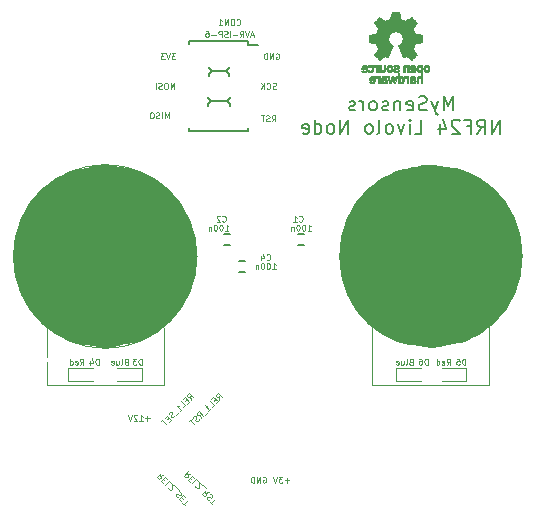
<source format=gbo>
%TF.GenerationSoftware,KiCad,Pcbnew,no-vcs-found-3ac87f6~59~ubuntu16.04.1*%
%TF.CreationDate,2017-08-31T14:12:32+03:00*%
%TF.ProjectId,livolo_2_channels_1way_eu_switch,6C69766F6C6F5F325F6368616E6E656C,rev?*%
%TF.SameCoordinates,Original*%
%TF.FileFunction,Legend,Bot*%
%TF.FilePolarity,Positive*%
%FSLAX46Y46*%
G04 Gerber Fmt 4.6, Leading zero omitted, Abs format (unit mm)*
G04 Created by KiCad (PCBNEW no-vcs-found-3ac87f6~59~ubuntu16.04.1) date Thu Aug 31 14:12:32 2017*
%MOMM*%
%LPD*%
G01*
G04 APERTURE LIST*
%ADD10C,0.120000*%
%ADD11C,0.100000*%
%ADD12C,0.180000*%
%ADD13C,0.010000*%
%ADD14C,0.150000*%
%ADD15C,7.950000*%
%ADD16O,1.300000X1.600000*%
%ADD17R,2.500000X1.270000*%
%ADD18C,1.500000*%
%ADD19R,0.600000X0.500000*%
%ADD20R,0.600000X0.800000*%
G04 APERTURE END LIST*
D10*
X144242857Y-111135714D02*
X143861904Y-111135714D01*
X144052380Y-111326190D02*
X144052380Y-110945238D01*
X143671428Y-110826190D02*
X143361904Y-110826190D01*
X143528571Y-111016666D01*
X143457142Y-111016666D01*
X143409523Y-111040476D01*
X143385714Y-111064285D01*
X143361904Y-111111904D01*
X143361904Y-111230952D01*
X143385714Y-111278571D01*
X143409523Y-111302380D01*
X143457142Y-111326190D01*
X143600000Y-111326190D01*
X143647619Y-111302380D01*
X143671428Y-111278571D01*
X143219047Y-110826190D02*
X143052380Y-111326190D01*
X142885714Y-110826190D01*
X135919585Y-104300295D02*
X135869078Y-104014086D01*
X136121616Y-104098265D02*
X135768062Y-103744712D01*
X135633375Y-103879399D01*
X135616539Y-103929906D01*
X135616539Y-103963578D01*
X135633375Y-104014086D01*
X135683883Y-104064593D01*
X135734391Y-104081429D01*
X135768062Y-104081429D01*
X135818570Y-104064593D01*
X135953257Y-103929906D01*
X135582868Y-104266624D02*
X135465017Y-104384475D01*
X135599704Y-104620177D02*
X135768062Y-104451818D01*
X135414509Y-104098265D01*
X135246150Y-104266624D01*
X135279822Y-104940059D02*
X135448181Y-104771700D01*
X135094627Y-104418147D01*
X134976776Y-105243104D02*
X135178807Y-105041074D01*
X135077791Y-105142089D02*
X134724238Y-104788536D01*
X134808417Y-104805372D01*
X134875761Y-104805372D01*
X134926269Y-104788536D01*
X134943104Y-105344120D02*
X134673730Y-105613494D01*
X134555879Y-105630330D02*
X134522208Y-105697673D01*
X134438028Y-105781852D01*
X134387521Y-105798688D01*
X134353849Y-105798688D01*
X134303341Y-105781852D01*
X134269669Y-105748181D01*
X134252834Y-105697673D01*
X134252834Y-105664001D01*
X134269669Y-105613494D01*
X134320177Y-105529314D01*
X134337013Y-105478807D01*
X134337013Y-105445135D01*
X134320177Y-105394627D01*
X134286505Y-105360956D01*
X134235998Y-105344120D01*
X134202326Y-105344120D01*
X134151818Y-105360956D01*
X134067639Y-105445135D01*
X134033967Y-105512478D01*
X134033967Y-105815524D02*
X133916116Y-105933375D01*
X134050803Y-106169078D02*
X134219162Y-106000719D01*
X133865608Y-105647165D01*
X133697250Y-105815524D01*
X133596234Y-105916539D02*
X133394204Y-106118570D01*
X133848773Y-106371108D02*
X133495219Y-106017555D01*
X138336421Y-104283460D02*
X138285913Y-103997250D01*
X138538452Y-104081429D02*
X138184898Y-103727876D01*
X138050211Y-103862563D01*
X138033375Y-103913070D01*
X138033375Y-103946742D01*
X138050211Y-103997250D01*
X138100719Y-104047757D01*
X138151226Y-104064593D01*
X138184898Y-104064593D01*
X138235406Y-104047757D01*
X138370093Y-103913070D01*
X137999704Y-104249788D02*
X137881852Y-104367639D01*
X138016539Y-104603341D02*
X138184898Y-104434982D01*
X137831345Y-104081429D01*
X137662986Y-104249788D01*
X137696658Y-104923223D02*
X137865017Y-104754864D01*
X137511463Y-104401311D01*
X137393612Y-105226269D02*
X137595643Y-105024238D01*
X137494627Y-105125253D02*
X137141074Y-104771700D01*
X137225253Y-104788536D01*
X137292597Y-104788536D01*
X137343104Y-104771700D01*
X137359940Y-105327284D02*
X137090566Y-105596658D01*
X136770685Y-105849196D02*
X136720177Y-105562986D01*
X136972715Y-105647165D02*
X136619162Y-105293612D01*
X136484475Y-105428299D01*
X136467639Y-105478807D01*
X136467639Y-105512478D01*
X136484475Y-105562986D01*
X136534982Y-105613494D01*
X136585490Y-105630330D01*
X136619162Y-105630330D01*
X136669669Y-105613494D01*
X136804356Y-105478807D01*
X136619162Y-105967047D02*
X136585490Y-106034391D01*
X136501311Y-106118570D01*
X136450803Y-106135406D01*
X136417131Y-106135406D01*
X136366624Y-106118570D01*
X136332952Y-106084898D01*
X136316116Y-106034391D01*
X136316116Y-106000719D01*
X136332952Y-105950211D01*
X136383460Y-105866032D01*
X136400295Y-105815524D01*
X136400295Y-105781852D01*
X136383460Y-105731345D01*
X136349788Y-105697673D01*
X136299280Y-105680837D01*
X136265608Y-105680837D01*
X136215101Y-105697673D01*
X136130921Y-105781852D01*
X136097250Y-105849196D01*
X135979399Y-105933375D02*
X135777368Y-106135406D01*
X136231937Y-106387944D02*
X135878383Y-106034391D01*
X135883460Y-110563578D02*
X135597250Y-110614086D01*
X135681429Y-110361547D02*
X135327876Y-110715101D01*
X135462563Y-110849788D01*
X135513070Y-110866624D01*
X135546742Y-110866624D01*
X135597250Y-110849788D01*
X135647757Y-110799280D01*
X135664593Y-110748773D01*
X135664593Y-110715101D01*
X135647757Y-110664593D01*
X135513070Y-110529906D01*
X135849788Y-110900295D02*
X135967639Y-111018147D01*
X136203341Y-110883460D02*
X136034982Y-110715101D01*
X135681429Y-111068654D01*
X135849788Y-111237013D01*
X136523223Y-111203341D02*
X136354864Y-111034982D01*
X136001311Y-111388536D01*
X136304356Y-111624238D02*
X136304356Y-111657910D01*
X136321192Y-111708417D01*
X136405372Y-111792597D01*
X136455879Y-111809433D01*
X136489551Y-111809433D01*
X136540059Y-111792597D01*
X136573730Y-111758925D01*
X136607402Y-111691582D01*
X136607402Y-111287521D01*
X136826269Y-111506387D01*
X136927284Y-111540059D02*
X137196658Y-111809433D01*
X137449196Y-112129314D02*
X137162986Y-112179822D01*
X137247165Y-111927284D02*
X136893612Y-112280837D01*
X137028299Y-112415524D01*
X137078807Y-112432360D01*
X137112478Y-112432360D01*
X137162986Y-112415524D01*
X137213494Y-112365017D01*
X137230330Y-112314509D01*
X137230330Y-112280837D01*
X137213494Y-112230330D01*
X137078807Y-112095643D01*
X137567047Y-112280837D02*
X137634391Y-112314509D01*
X137718570Y-112398688D01*
X137735406Y-112449196D01*
X137735406Y-112482868D01*
X137718570Y-112533375D01*
X137684898Y-112567047D01*
X137634391Y-112583883D01*
X137600719Y-112583883D01*
X137550211Y-112567047D01*
X137466032Y-112516539D01*
X137415524Y-112499704D01*
X137381852Y-112499704D01*
X137331345Y-112516539D01*
X137297673Y-112550211D01*
X137280837Y-112600719D01*
X137280837Y-112634391D01*
X137297673Y-112684898D01*
X137381852Y-112769078D01*
X137449196Y-112802749D01*
X137533375Y-112920600D02*
X137735406Y-113122631D01*
X137987944Y-112668062D02*
X137634391Y-113021616D01*
X133600295Y-110680414D02*
X133314086Y-110730921D01*
X133398265Y-110478383D02*
X133044712Y-110831937D01*
X133179399Y-110966624D01*
X133229906Y-110983460D01*
X133263578Y-110983460D01*
X133314086Y-110966624D01*
X133364593Y-110916116D01*
X133381429Y-110865608D01*
X133381429Y-110831937D01*
X133364593Y-110781429D01*
X133229906Y-110646742D01*
X133566624Y-111017131D02*
X133684475Y-111134982D01*
X133920177Y-111000295D02*
X133751818Y-110831937D01*
X133398265Y-111185490D01*
X133566624Y-111353849D01*
X134240059Y-111320177D02*
X134071700Y-111151818D01*
X133718147Y-111505372D01*
X134021192Y-111741074D02*
X134021192Y-111774746D01*
X134038028Y-111825253D01*
X134122208Y-111909433D01*
X134172715Y-111926269D01*
X134206387Y-111926269D01*
X134256895Y-111909433D01*
X134290566Y-111875761D01*
X134324238Y-111808417D01*
X134324238Y-111404356D01*
X134543104Y-111623223D01*
X134644120Y-111656895D02*
X134913494Y-111926269D01*
X134930330Y-112044120D02*
X134997673Y-112077791D01*
X135081852Y-112161971D01*
X135098688Y-112212478D01*
X135098688Y-112246150D01*
X135081852Y-112296658D01*
X135048181Y-112330330D01*
X134997673Y-112347165D01*
X134964001Y-112347165D01*
X134913494Y-112330330D01*
X134829314Y-112279822D01*
X134778807Y-112262986D01*
X134745135Y-112262986D01*
X134694627Y-112279822D01*
X134660956Y-112313494D01*
X134644120Y-112364001D01*
X134644120Y-112397673D01*
X134660956Y-112448181D01*
X134745135Y-112532360D01*
X134812478Y-112566032D01*
X135115524Y-112566032D02*
X135233375Y-112683883D01*
X135469078Y-112549196D02*
X135300719Y-112380837D01*
X134947165Y-112734391D01*
X135115524Y-112902749D01*
X135216539Y-113003765D02*
X135418570Y-113205795D01*
X135671108Y-112751226D02*
X135317555Y-113104780D01*
D11*
X142773809Y-80726190D02*
X142940476Y-80488095D01*
X143059523Y-80726190D02*
X143059523Y-80226190D01*
X142869047Y-80226190D01*
X142821428Y-80250000D01*
X142797619Y-80273809D01*
X142773809Y-80321428D01*
X142773809Y-80392857D01*
X142797619Y-80440476D01*
X142821428Y-80464285D01*
X142869047Y-80488095D01*
X143059523Y-80488095D01*
X142583333Y-80702380D02*
X142511904Y-80726190D01*
X142392857Y-80726190D01*
X142345238Y-80702380D01*
X142321428Y-80678571D01*
X142297619Y-80630952D01*
X142297619Y-80583333D01*
X142321428Y-80535714D01*
X142345238Y-80511904D01*
X142392857Y-80488095D01*
X142488095Y-80464285D01*
X142535714Y-80440476D01*
X142559523Y-80416666D01*
X142583333Y-80369047D01*
X142583333Y-80321428D01*
X142559523Y-80273809D01*
X142535714Y-80250000D01*
X142488095Y-80226190D01*
X142369047Y-80226190D01*
X142297619Y-80250000D01*
X142154761Y-80226190D02*
X141869047Y-80226190D01*
X142011904Y-80726190D02*
X142011904Y-80226190D01*
X143142857Y-77952380D02*
X143071428Y-77976190D01*
X142952380Y-77976190D01*
X142904761Y-77952380D01*
X142880952Y-77928571D01*
X142857142Y-77880952D01*
X142857142Y-77833333D01*
X142880952Y-77785714D01*
X142904761Y-77761904D01*
X142952380Y-77738095D01*
X143047619Y-77714285D01*
X143095238Y-77690476D01*
X143119047Y-77666666D01*
X143142857Y-77619047D01*
X143142857Y-77571428D01*
X143119047Y-77523809D01*
X143095238Y-77500000D01*
X143047619Y-77476190D01*
X142928571Y-77476190D01*
X142857142Y-77500000D01*
X142357142Y-77928571D02*
X142380952Y-77952380D01*
X142452380Y-77976190D01*
X142500000Y-77976190D01*
X142571428Y-77952380D01*
X142619047Y-77904761D01*
X142642857Y-77857142D01*
X142666666Y-77761904D01*
X142666666Y-77690476D01*
X142642857Y-77595238D01*
X142619047Y-77547619D01*
X142571428Y-77500000D01*
X142500000Y-77476190D01*
X142452380Y-77476190D01*
X142380952Y-77500000D01*
X142357142Y-77523809D01*
X142142857Y-77976190D02*
X142142857Y-77476190D01*
X141857142Y-77976190D02*
X142071428Y-77690476D01*
X141857142Y-77476190D02*
X142142857Y-77761904D01*
X134035714Y-80476190D02*
X134035714Y-79976190D01*
X133869047Y-80333333D01*
X133702380Y-79976190D01*
X133702380Y-80476190D01*
X133464285Y-80476190D02*
X133464285Y-79976190D01*
X133250000Y-80452380D02*
X133178571Y-80476190D01*
X133059523Y-80476190D01*
X133011904Y-80452380D01*
X132988095Y-80428571D01*
X132964285Y-80380952D01*
X132964285Y-80333333D01*
X132988095Y-80285714D01*
X133011904Y-80261904D01*
X133059523Y-80238095D01*
X133154761Y-80214285D01*
X133202380Y-80190476D01*
X133226190Y-80166666D01*
X133250000Y-80119047D01*
X133250000Y-80071428D01*
X133226190Y-80023809D01*
X133202380Y-80000000D01*
X133154761Y-79976190D01*
X133035714Y-79976190D01*
X132964285Y-80000000D01*
X132654761Y-79976190D02*
X132559523Y-79976190D01*
X132511904Y-80000000D01*
X132464285Y-80047619D01*
X132440476Y-80142857D01*
X132440476Y-80309523D01*
X132464285Y-80404761D01*
X132511904Y-80452380D01*
X132559523Y-80476190D01*
X132654761Y-80476190D01*
X132702380Y-80452380D01*
X132750000Y-80404761D01*
X132773809Y-80309523D01*
X132773809Y-80142857D01*
X132750000Y-80047619D01*
X132702380Y-80000000D01*
X132654761Y-79976190D01*
X143130952Y-75000000D02*
X143178571Y-74976190D01*
X143250000Y-74976190D01*
X143321428Y-75000000D01*
X143369047Y-75047619D01*
X143392857Y-75095238D01*
X143416666Y-75190476D01*
X143416666Y-75261904D01*
X143392857Y-75357142D01*
X143369047Y-75404761D01*
X143321428Y-75452380D01*
X143250000Y-75476190D01*
X143202380Y-75476190D01*
X143130952Y-75452380D01*
X143107142Y-75428571D01*
X143107142Y-75261904D01*
X143202380Y-75261904D01*
X142892857Y-75476190D02*
X142892857Y-74976190D01*
X142607142Y-75476190D01*
X142607142Y-74976190D01*
X142369047Y-75476190D02*
X142369047Y-74976190D01*
X142250000Y-74976190D01*
X142178571Y-75000000D01*
X142130952Y-75047619D01*
X142107142Y-75095238D01*
X142083333Y-75190476D01*
X142083333Y-75261904D01*
X142107142Y-75357142D01*
X142130952Y-75404761D01*
X142178571Y-75452380D01*
X142250000Y-75476190D01*
X142369047Y-75476190D01*
X134535714Y-77976190D02*
X134535714Y-77476190D01*
X134369047Y-77833333D01*
X134202380Y-77476190D01*
X134202380Y-77976190D01*
X133869047Y-77476190D02*
X133773809Y-77476190D01*
X133726190Y-77500000D01*
X133678571Y-77547619D01*
X133654761Y-77642857D01*
X133654761Y-77809523D01*
X133678571Y-77904761D01*
X133726190Y-77952380D01*
X133773809Y-77976190D01*
X133869047Y-77976190D01*
X133916666Y-77952380D01*
X133964285Y-77904761D01*
X133988095Y-77809523D01*
X133988095Y-77642857D01*
X133964285Y-77547619D01*
X133916666Y-77500000D01*
X133869047Y-77476190D01*
X133464285Y-77952380D02*
X133392857Y-77976190D01*
X133273809Y-77976190D01*
X133226190Y-77952380D01*
X133202380Y-77928571D01*
X133178571Y-77880952D01*
X133178571Y-77833333D01*
X133202380Y-77785714D01*
X133226190Y-77761904D01*
X133273809Y-77738095D01*
X133369047Y-77714285D01*
X133416666Y-77690476D01*
X133440476Y-77666666D01*
X133464285Y-77619047D01*
X133464285Y-77571428D01*
X133440476Y-77523809D01*
X133416666Y-77500000D01*
X133369047Y-77476190D01*
X133250000Y-77476190D01*
X133178571Y-77500000D01*
X132964285Y-77976190D02*
X132964285Y-77476190D01*
X134619047Y-74976190D02*
X134309523Y-74976190D01*
X134476190Y-75166666D01*
X134404761Y-75166666D01*
X134357142Y-75190476D01*
X134333333Y-75214285D01*
X134309523Y-75261904D01*
X134309523Y-75380952D01*
X134333333Y-75428571D01*
X134357142Y-75452380D01*
X134404761Y-75476190D01*
X134547619Y-75476190D01*
X134595238Y-75452380D01*
X134619047Y-75428571D01*
X134166666Y-74976190D02*
X134000000Y-75476190D01*
X133833333Y-74976190D01*
X133714285Y-74976190D02*
X133404761Y-74976190D01*
X133571428Y-75166666D01*
X133500000Y-75166666D01*
X133452380Y-75190476D01*
X133428571Y-75214285D01*
X133404761Y-75261904D01*
X133404761Y-75380952D01*
X133428571Y-75428571D01*
X133452380Y-75452380D01*
X133500000Y-75476190D01*
X133642857Y-75476190D01*
X133690476Y-75452380D01*
X133714285Y-75428571D01*
D10*
X142030952Y-110850000D02*
X142078571Y-110826190D01*
X142150000Y-110826190D01*
X142221428Y-110850000D01*
X142269047Y-110897619D01*
X142292857Y-110945238D01*
X142316666Y-111040476D01*
X142316666Y-111111904D01*
X142292857Y-111207142D01*
X142269047Y-111254761D01*
X142221428Y-111302380D01*
X142150000Y-111326190D01*
X142102380Y-111326190D01*
X142030952Y-111302380D01*
X142007142Y-111278571D01*
X142007142Y-111111904D01*
X142102380Y-111111904D01*
X141792857Y-111326190D02*
X141792857Y-110826190D01*
X141507142Y-111326190D01*
X141507142Y-110826190D01*
X141269047Y-111326190D02*
X141269047Y-110826190D01*
X141150000Y-110826190D01*
X141078571Y-110850000D01*
X141030952Y-110897619D01*
X141007142Y-110945238D01*
X140983333Y-111040476D01*
X140983333Y-111111904D01*
X141007142Y-111207142D01*
X141030952Y-111254761D01*
X141078571Y-111302380D01*
X141150000Y-111326190D01*
X141269047Y-111326190D01*
X132430952Y-105885714D02*
X132050000Y-105885714D01*
X132240476Y-106076190D02*
X132240476Y-105695238D01*
X131550000Y-106076190D02*
X131835714Y-106076190D01*
X131692857Y-106076190D02*
X131692857Y-105576190D01*
X131740476Y-105647619D01*
X131788095Y-105695238D01*
X131835714Y-105719047D01*
X131359523Y-105623809D02*
X131335714Y-105600000D01*
X131288095Y-105576190D01*
X131169047Y-105576190D01*
X131121428Y-105600000D01*
X131097619Y-105623809D01*
X131073809Y-105671428D01*
X131073809Y-105719047D01*
X131097619Y-105790476D01*
X131383333Y-106076190D01*
X131073809Y-106076190D01*
X130930952Y-105576190D02*
X130764285Y-106076190D01*
X130597619Y-105576190D01*
D12*
X158121428Y-79802857D02*
X158121428Y-78602857D01*
X157721428Y-79460000D01*
X157321428Y-78602857D01*
X157321428Y-79802857D01*
X156864285Y-79002857D02*
X156578571Y-79802857D01*
X156292857Y-79002857D02*
X156578571Y-79802857D01*
X156692857Y-80088571D01*
X156750000Y-80145714D01*
X156864285Y-80202857D01*
X155892857Y-79745714D02*
X155721428Y-79802857D01*
X155435714Y-79802857D01*
X155321428Y-79745714D01*
X155264285Y-79688571D01*
X155207142Y-79574285D01*
X155207142Y-79460000D01*
X155264285Y-79345714D01*
X155321428Y-79288571D01*
X155435714Y-79231428D01*
X155664285Y-79174285D01*
X155778571Y-79117142D01*
X155835714Y-79060000D01*
X155892857Y-78945714D01*
X155892857Y-78831428D01*
X155835714Y-78717142D01*
X155778571Y-78660000D01*
X155664285Y-78602857D01*
X155378571Y-78602857D01*
X155207142Y-78660000D01*
X154235714Y-79745714D02*
X154350000Y-79802857D01*
X154578571Y-79802857D01*
X154692857Y-79745714D01*
X154750000Y-79631428D01*
X154750000Y-79174285D01*
X154692857Y-79060000D01*
X154578571Y-79002857D01*
X154350000Y-79002857D01*
X154235714Y-79060000D01*
X154178571Y-79174285D01*
X154178571Y-79288571D01*
X154750000Y-79402857D01*
X153664285Y-79002857D02*
X153664285Y-79802857D01*
X153664285Y-79117142D02*
X153607142Y-79060000D01*
X153492857Y-79002857D01*
X153321428Y-79002857D01*
X153207142Y-79060000D01*
X153150000Y-79174285D01*
X153150000Y-79802857D01*
X152635714Y-79745714D02*
X152521428Y-79802857D01*
X152292857Y-79802857D01*
X152178571Y-79745714D01*
X152121428Y-79631428D01*
X152121428Y-79574285D01*
X152178571Y-79460000D01*
X152292857Y-79402857D01*
X152464285Y-79402857D01*
X152578571Y-79345714D01*
X152635714Y-79231428D01*
X152635714Y-79174285D01*
X152578571Y-79060000D01*
X152464285Y-79002857D01*
X152292857Y-79002857D01*
X152178571Y-79060000D01*
X151435714Y-79802857D02*
X151550000Y-79745714D01*
X151607142Y-79688571D01*
X151664285Y-79574285D01*
X151664285Y-79231428D01*
X151607142Y-79117142D01*
X151550000Y-79060000D01*
X151435714Y-79002857D01*
X151264285Y-79002857D01*
X151150000Y-79060000D01*
X151092857Y-79117142D01*
X151035714Y-79231428D01*
X151035714Y-79574285D01*
X151092857Y-79688571D01*
X151150000Y-79745714D01*
X151264285Y-79802857D01*
X151435714Y-79802857D01*
X150521428Y-79802857D02*
X150521428Y-79002857D01*
X150521428Y-79231428D02*
X150464285Y-79117142D01*
X150407142Y-79060000D01*
X150292857Y-79002857D01*
X150178571Y-79002857D01*
X149835714Y-79745714D02*
X149721428Y-79802857D01*
X149492857Y-79802857D01*
X149378571Y-79745714D01*
X149321428Y-79631428D01*
X149321428Y-79574285D01*
X149378571Y-79460000D01*
X149492857Y-79402857D01*
X149664285Y-79402857D01*
X149778571Y-79345714D01*
X149835714Y-79231428D01*
X149835714Y-79174285D01*
X149778571Y-79060000D01*
X149664285Y-79002857D01*
X149492857Y-79002857D01*
X149378571Y-79060000D01*
X162121428Y-81782857D02*
X162121428Y-80582857D01*
X161435714Y-81782857D01*
X161435714Y-80582857D01*
X160178571Y-81782857D02*
X160578571Y-81211428D01*
X160864285Y-81782857D02*
X160864285Y-80582857D01*
X160407142Y-80582857D01*
X160292857Y-80640000D01*
X160235714Y-80697142D01*
X160178571Y-80811428D01*
X160178571Y-80982857D01*
X160235714Y-81097142D01*
X160292857Y-81154285D01*
X160407142Y-81211428D01*
X160864285Y-81211428D01*
X159264285Y-81154285D02*
X159664285Y-81154285D01*
X159664285Y-81782857D02*
X159664285Y-80582857D01*
X159092857Y-80582857D01*
X158692857Y-80697142D02*
X158635714Y-80640000D01*
X158521428Y-80582857D01*
X158235714Y-80582857D01*
X158121428Y-80640000D01*
X158064285Y-80697142D01*
X158007142Y-80811428D01*
X158007142Y-80925714D01*
X158064285Y-81097142D01*
X158750000Y-81782857D01*
X158007142Y-81782857D01*
X156978571Y-80982857D02*
X156978571Y-81782857D01*
X157264285Y-80525714D02*
X157550000Y-81382857D01*
X156807142Y-81382857D01*
X154864285Y-81782857D02*
X155435714Y-81782857D01*
X155435714Y-80582857D01*
X154464285Y-81782857D02*
X154464285Y-80982857D01*
X154464285Y-80582857D02*
X154521428Y-80640000D01*
X154464285Y-80697142D01*
X154407142Y-80640000D01*
X154464285Y-80582857D01*
X154464285Y-80697142D01*
X154007142Y-80982857D02*
X153721428Y-81782857D01*
X153435714Y-80982857D01*
X152807142Y-81782857D02*
X152921428Y-81725714D01*
X152978571Y-81668571D01*
X153035714Y-81554285D01*
X153035714Y-81211428D01*
X152978571Y-81097142D01*
X152921428Y-81040000D01*
X152807142Y-80982857D01*
X152635714Y-80982857D01*
X152521428Y-81040000D01*
X152464285Y-81097142D01*
X152407142Y-81211428D01*
X152407142Y-81554285D01*
X152464285Y-81668571D01*
X152521428Y-81725714D01*
X152635714Y-81782857D01*
X152807142Y-81782857D01*
X151721428Y-81782857D02*
X151835714Y-81725714D01*
X151892857Y-81611428D01*
X151892857Y-80582857D01*
X151092857Y-81782857D02*
X151207142Y-81725714D01*
X151264285Y-81668571D01*
X151321428Y-81554285D01*
X151321428Y-81211428D01*
X151264285Y-81097142D01*
X151207142Y-81040000D01*
X151092857Y-80982857D01*
X150921428Y-80982857D01*
X150807142Y-81040000D01*
X150750000Y-81097142D01*
X150692857Y-81211428D01*
X150692857Y-81554285D01*
X150750000Y-81668571D01*
X150807142Y-81725714D01*
X150921428Y-81782857D01*
X151092857Y-81782857D01*
X149264285Y-81782857D02*
X149264285Y-80582857D01*
X148578571Y-81782857D01*
X148578571Y-80582857D01*
X147835714Y-81782857D02*
X147950000Y-81725714D01*
X148007142Y-81668571D01*
X148064285Y-81554285D01*
X148064285Y-81211428D01*
X148007142Y-81097142D01*
X147950000Y-81040000D01*
X147835714Y-80982857D01*
X147664285Y-80982857D01*
X147550000Y-81040000D01*
X147492857Y-81097142D01*
X147435714Y-81211428D01*
X147435714Y-81554285D01*
X147492857Y-81668571D01*
X147550000Y-81725714D01*
X147664285Y-81782857D01*
X147835714Y-81782857D01*
X146407142Y-81782857D02*
X146407142Y-80582857D01*
X146407142Y-81725714D02*
X146521428Y-81782857D01*
X146750000Y-81782857D01*
X146864285Y-81725714D01*
X146921428Y-81668571D01*
X146978571Y-81554285D01*
X146978571Y-81211428D01*
X146921428Y-81097142D01*
X146864285Y-81040000D01*
X146750000Y-80982857D01*
X146521428Y-80982857D01*
X146407142Y-81040000D01*
X145378571Y-81725714D02*
X145492857Y-81782857D01*
X145721428Y-81782857D01*
X145835714Y-81725714D01*
X145892857Y-81611428D01*
X145892857Y-81154285D01*
X145835714Y-81040000D01*
X145721428Y-80982857D01*
X145492857Y-80982857D01*
X145378571Y-81040000D01*
X145321428Y-81154285D01*
X145321428Y-81268571D01*
X145892857Y-81382857D01*
D13*
G36*
X155158759Y-75969184D02*
X155132247Y-75982282D01*
X155099553Y-76005106D01*
X155075725Y-76029996D01*
X155059406Y-76061249D01*
X155049240Y-76103166D01*
X155043872Y-76160044D01*
X155041944Y-76236184D01*
X155041831Y-76268917D01*
X155042161Y-76340656D01*
X155043527Y-76391927D01*
X155046500Y-76427404D01*
X155051649Y-76451763D01*
X155059543Y-76469680D01*
X155067757Y-76481902D01*
X155120187Y-76533905D01*
X155181930Y-76565184D01*
X155248536Y-76574592D01*
X155315558Y-76560980D01*
X155336792Y-76551354D01*
X155387624Y-76524859D01*
X155387624Y-76940052D01*
X155350525Y-76920868D01*
X155301643Y-76906025D01*
X155241561Y-76902222D01*
X155181564Y-76909243D01*
X155136256Y-76925013D01*
X155098675Y-76955047D01*
X155066564Y-76998024D01*
X155064150Y-77002436D01*
X155053967Y-77023221D01*
X155046530Y-77044170D01*
X155041411Y-77069548D01*
X155038181Y-77103618D01*
X155036413Y-77150641D01*
X155035677Y-77214882D01*
X155035544Y-77287176D01*
X155035544Y-77517822D01*
X155173861Y-77517822D01*
X155173861Y-77092533D01*
X155212549Y-77059979D01*
X155252738Y-77033940D01*
X155290797Y-77029205D01*
X155329066Y-77041389D01*
X155349462Y-77053320D01*
X155364642Y-77070313D01*
X155375438Y-77095995D01*
X155382683Y-77133991D01*
X155387208Y-77187926D01*
X155389844Y-77261425D01*
X155390772Y-77310347D01*
X155393911Y-77511535D01*
X155459926Y-77515336D01*
X155525940Y-77519136D01*
X155525940Y-76270650D01*
X155387624Y-76270650D01*
X155384097Y-76340254D01*
X155372215Y-76388569D01*
X155350020Y-76418631D01*
X155315559Y-76433471D01*
X155280742Y-76436436D01*
X155241329Y-76433028D01*
X155215171Y-76419617D01*
X155198814Y-76401896D01*
X155185937Y-76382835D01*
X155178272Y-76361601D01*
X155174861Y-76331849D01*
X155174749Y-76287236D01*
X155175897Y-76249880D01*
X155178532Y-76193604D01*
X155182456Y-76156658D01*
X155189063Y-76133223D01*
X155199749Y-76117480D01*
X155209833Y-76108380D01*
X155251970Y-76088537D01*
X155301840Y-76085332D01*
X155330476Y-76092168D01*
X155358828Y-76116464D01*
X155377609Y-76163728D01*
X155386712Y-76233624D01*
X155387624Y-76270650D01*
X155525940Y-76270650D01*
X155525940Y-75958614D01*
X155456782Y-75958614D01*
X155415260Y-75960256D01*
X155393838Y-75966087D01*
X155387626Y-75977461D01*
X155387624Y-75977798D01*
X155384742Y-75988938D01*
X155372030Y-75987673D01*
X155346757Y-75975433D01*
X155287869Y-75956707D01*
X155221615Y-75954739D01*
X155158759Y-75969184D01*
X155158759Y-75969184D01*
G37*
X155158759Y-75969184D02*
X155132247Y-75982282D01*
X155099553Y-76005106D01*
X155075725Y-76029996D01*
X155059406Y-76061249D01*
X155049240Y-76103166D01*
X155043872Y-76160044D01*
X155041944Y-76236184D01*
X155041831Y-76268917D01*
X155042161Y-76340656D01*
X155043527Y-76391927D01*
X155046500Y-76427404D01*
X155051649Y-76451763D01*
X155059543Y-76469680D01*
X155067757Y-76481902D01*
X155120187Y-76533905D01*
X155181930Y-76565184D01*
X155248536Y-76574592D01*
X155315558Y-76560980D01*
X155336792Y-76551354D01*
X155387624Y-76524859D01*
X155387624Y-76940052D01*
X155350525Y-76920868D01*
X155301643Y-76906025D01*
X155241561Y-76902222D01*
X155181564Y-76909243D01*
X155136256Y-76925013D01*
X155098675Y-76955047D01*
X155066564Y-76998024D01*
X155064150Y-77002436D01*
X155053967Y-77023221D01*
X155046530Y-77044170D01*
X155041411Y-77069548D01*
X155038181Y-77103618D01*
X155036413Y-77150641D01*
X155035677Y-77214882D01*
X155035544Y-77287176D01*
X155035544Y-77517822D01*
X155173861Y-77517822D01*
X155173861Y-77092533D01*
X155212549Y-77059979D01*
X155252738Y-77033940D01*
X155290797Y-77029205D01*
X155329066Y-77041389D01*
X155349462Y-77053320D01*
X155364642Y-77070313D01*
X155375438Y-77095995D01*
X155382683Y-77133991D01*
X155387208Y-77187926D01*
X155389844Y-77261425D01*
X155390772Y-77310347D01*
X155393911Y-77511535D01*
X155459926Y-77515336D01*
X155525940Y-77519136D01*
X155525940Y-76270650D01*
X155387624Y-76270650D01*
X155384097Y-76340254D01*
X155372215Y-76388569D01*
X155350020Y-76418631D01*
X155315559Y-76433471D01*
X155280742Y-76436436D01*
X155241329Y-76433028D01*
X155215171Y-76419617D01*
X155198814Y-76401896D01*
X155185937Y-76382835D01*
X155178272Y-76361601D01*
X155174861Y-76331849D01*
X155174749Y-76287236D01*
X155175897Y-76249880D01*
X155178532Y-76193604D01*
X155182456Y-76156658D01*
X155189063Y-76133223D01*
X155199749Y-76117480D01*
X155209833Y-76108380D01*
X155251970Y-76088537D01*
X155301840Y-76085332D01*
X155330476Y-76092168D01*
X155358828Y-76116464D01*
X155377609Y-76163728D01*
X155386712Y-76233624D01*
X155387624Y-76270650D01*
X155525940Y-76270650D01*
X155525940Y-75958614D01*
X155456782Y-75958614D01*
X155415260Y-75960256D01*
X155393838Y-75966087D01*
X155387626Y-75977461D01*
X155387624Y-75977798D01*
X155384742Y-75988938D01*
X155372030Y-75987673D01*
X155346757Y-75975433D01*
X155287869Y-75956707D01*
X155221615Y-75954739D01*
X155158759Y-75969184D01*
G36*
X154634210Y-76906555D02*
X154575055Y-76922339D01*
X154530023Y-76950948D01*
X154498246Y-76988419D01*
X154488366Y-77004411D01*
X154481073Y-77021163D01*
X154475974Y-77042592D01*
X154472679Y-77072616D01*
X154470797Y-77115154D01*
X154469937Y-77174122D01*
X154469707Y-77253440D01*
X154469703Y-77274484D01*
X154469703Y-77517822D01*
X154530059Y-77517822D01*
X154568557Y-77515126D01*
X154597023Y-77508295D01*
X154604155Y-77504083D01*
X154623652Y-77496813D01*
X154643566Y-77504083D01*
X154676353Y-77513160D01*
X154723978Y-77516813D01*
X154776764Y-77515228D01*
X154825036Y-77508589D01*
X154853218Y-77500072D01*
X154907753Y-77465063D01*
X154941835Y-77416479D01*
X154957157Y-77351882D01*
X154957299Y-77350223D01*
X154955955Y-77321566D01*
X154834356Y-77321566D01*
X154823726Y-77354161D01*
X154806410Y-77372505D01*
X154771652Y-77386379D01*
X154725773Y-77391917D01*
X154678988Y-77389191D01*
X154641514Y-77378274D01*
X154631015Y-77371269D01*
X154612668Y-77338904D01*
X154608020Y-77302111D01*
X154608020Y-77253763D01*
X154677582Y-77253763D01*
X154743667Y-77258850D01*
X154793764Y-77273263D01*
X154824929Y-77295729D01*
X154834356Y-77321566D01*
X154955955Y-77321566D01*
X154953987Y-77279647D01*
X154930710Y-77223845D01*
X154886948Y-77181647D01*
X154880899Y-77177808D01*
X154854907Y-77165309D01*
X154822735Y-77157740D01*
X154777760Y-77154061D01*
X154724331Y-77153216D01*
X154608020Y-77153169D01*
X154608020Y-77104411D01*
X154612953Y-77066581D01*
X154625543Y-77041236D01*
X154627017Y-77039887D01*
X154655034Y-77028800D01*
X154697326Y-77024503D01*
X154744064Y-77026615D01*
X154785418Y-77034756D01*
X154809957Y-77046965D01*
X154823253Y-77056746D01*
X154837294Y-77058613D01*
X154856671Y-77050600D01*
X154885976Y-77030739D01*
X154929803Y-76997063D01*
X154933825Y-76993909D01*
X154931764Y-76982236D01*
X154914568Y-76962822D01*
X154888433Y-76941248D01*
X154859552Y-76923096D01*
X154850478Y-76918809D01*
X154817380Y-76910256D01*
X154768880Y-76904155D01*
X154714695Y-76901708D01*
X154712161Y-76901703D01*
X154634210Y-76906555D01*
X154634210Y-76906555D01*
G37*
X154634210Y-76906555D02*
X154575055Y-76922339D01*
X154530023Y-76950948D01*
X154498246Y-76988419D01*
X154488366Y-77004411D01*
X154481073Y-77021163D01*
X154475974Y-77042592D01*
X154472679Y-77072616D01*
X154470797Y-77115154D01*
X154469937Y-77174122D01*
X154469707Y-77253440D01*
X154469703Y-77274484D01*
X154469703Y-77517822D01*
X154530059Y-77517822D01*
X154568557Y-77515126D01*
X154597023Y-77508295D01*
X154604155Y-77504083D01*
X154623652Y-77496813D01*
X154643566Y-77504083D01*
X154676353Y-77513160D01*
X154723978Y-77516813D01*
X154776764Y-77515228D01*
X154825036Y-77508589D01*
X154853218Y-77500072D01*
X154907753Y-77465063D01*
X154941835Y-77416479D01*
X154957157Y-77351882D01*
X154957299Y-77350223D01*
X154955955Y-77321566D01*
X154834356Y-77321566D01*
X154823726Y-77354161D01*
X154806410Y-77372505D01*
X154771652Y-77386379D01*
X154725773Y-77391917D01*
X154678988Y-77389191D01*
X154641514Y-77378274D01*
X154631015Y-77371269D01*
X154612668Y-77338904D01*
X154608020Y-77302111D01*
X154608020Y-77253763D01*
X154677582Y-77253763D01*
X154743667Y-77258850D01*
X154793764Y-77273263D01*
X154824929Y-77295729D01*
X154834356Y-77321566D01*
X154955955Y-77321566D01*
X154953987Y-77279647D01*
X154930710Y-77223845D01*
X154886948Y-77181647D01*
X154880899Y-77177808D01*
X154854907Y-77165309D01*
X154822735Y-77157740D01*
X154777760Y-77154061D01*
X154724331Y-77153216D01*
X154608020Y-77153169D01*
X154608020Y-77104411D01*
X154612953Y-77066581D01*
X154625543Y-77041236D01*
X154627017Y-77039887D01*
X154655034Y-77028800D01*
X154697326Y-77024503D01*
X154744064Y-77026615D01*
X154785418Y-77034756D01*
X154809957Y-77046965D01*
X154823253Y-77056746D01*
X154837294Y-77058613D01*
X154856671Y-77050600D01*
X154885976Y-77030739D01*
X154929803Y-76997063D01*
X154933825Y-76993909D01*
X154931764Y-76982236D01*
X154914568Y-76962822D01*
X154888433Y-76941248D01*
X154859552Y-76923096D01*
X154850478Y-76918809D01*
X154817380Y-76910256D01*
X154768880Y-76904155D01*
X154714695Y-76901708D01*
X154712161Y-76901703D01*
X154634210Y-76906555D01*
G36*
X154243356Y-76903020D02*
X154224539Y-76908660D01*
X154218473Y-76921053D01*
X154218218Y-76926647D01*
X154217129Y-76942230D01*
X154209632Y-76944676D01*
X154189381Y-76933993D01*
X154177351Y-76926694D01*
X154139400Y-76911063D01*
X154094072Y-76903334D01*
X154046544Y-76902740D01*
X154001995Y-76908513D01*
X153965602Y-76919884D01*
X153942543Y-76936088D01*
X153937996Y-76956355D01*
X153940291Y-76961843D01*
X153957020Y-76984626D01*
X153982963Y-77012647D01*
X153987655Y-77017177D01*
X154012383Y-77038005D01*
X154033718Y-77044735D01*
X154063555Y-77040038D01*
X154075508Y-77036917D01*
X154112705Y-77029421D01*
X154138859Y-77032792D01*
X154160946Y-77044681D01*
X154181178Y-77060635D01*
X154196079Y-77080700D01*
X154206434Y-77108702D01*
X154213029Y-77148467D01*
X154216649Y-77203823D01*
X154218078Y-77278594D01*
X154218218Y-77323740D01*
X154218218Y-77517822D01*
X154343960Y-77517822D01*
X154343960Y-76901683D01*
X154281089Y-76901683D01*
X154243356Y-76903020D01*
X154243356Y-76903020D01*
G37*
X154243356Y-76903020D02*
X154224539Y-76908660D01*
X154218473Y-76921053D01*
X154218218Y-76926647D01*
X154217129Y-76942230D01*
X154209632Y-76944676D01*
X154189381Y-76933993D01*
X154177351Y-76926694D01*
X154139400Y-76911063D01*
X154094072Y-76903334D01*
X154046544Y-76902740D01*
X154001995Y-76908513D01*
X153965602Y-76919884D01*
X153942543Y-76936088D01*
X153937996Y-76956355D01*
X153940291Y-76961843D01*
X153957020Y-76984626D01*
X153982963Y-77012647D01*
X153987655Y-77017177D01*
X154012383Y-77038005D01*
X154033718Y-77044735D01*
X154063555Y-77040038D01*
X154075508Y-77036917D01*
X154112705Y-77029421D01*
X154138859Y-77032792D01*
X154160946Y-77044681D01*
X154181178Y-77060635D01*
X154196079Y-77080700D01*
X154206434Y-77108702D01*
X154213029Y-77148467D01*
X154216649Y-77203823D01*
X154218078Y-77278594D01*
X154218218Y-77323740D01*
X154218218Y-77517822D01*
X154343960Y-77517822D01*
X154343960Y-76901683D01*
X154281089Y-76901683D01*
X154243356Y-76903020D01*
G36*
X153451188Y-77517822D02*
X153520346Y-77517822D01*
X153560488Y-77516645D01*
X153581394Y-77511772D01*
X153588922Y-77501186D01*
X153589505Y-77494029D01*
X153590774Y-77479676D01*
X153598779Y-77476923D01*
X153619815Y-77485771D01*
X153636173Y-77494029D01*
X153698977Y-77513597D01*
X153767248Y-77514729D01*
X153822752Y-77500135D01*
X153874438Y-77464877D01*
X153913838Y-77412835D01*
X153935413Y-77351450D01*
X153935962Y-77348018D01*
X153939167Y-77310571D01*
X153940761Y-77256813D01*
X153940633Y-77216155D01*
X153803279Y-77216155D01*
X153800097Y-77270194D01*
X153792859Y-77314735D01*
X153783060Y-77339888D01*
X153745989Y-77374260D01*
X153701974Y-77386582D01*
X153656584Y-77376618D01*
X153617797Y-77346895D01*
X153603108Y-77326905D01*
X153594519Y-77303050D01*
X153590496Y-77268230D01*
X153589505Y-77215930D01*
X153591278Y-77164139D01*
X153595963Y-77118634D01*
X153602603Y-77088181D01*
X153603710Y-77085452D01*
X153630491Y-77053000D01*
X153669579Y-77035183D01*
X153713315Y-77032306D01*
X153754038Y-77044674D01*
X153784087Y-77072593D01*
X153787204Y-77078148D01*
X153796961Y-77112022D01*
X153802277Y-77160728D01*
X153803279Y-77216155D01*
X153940633Y-77216155D01*
X153940568Y-77195540D01*
X153939664Y-77162563D01*
X153933514Y-77080981D01*
X153920733Y-77019730D01*
X153899471Y-76974449D01*
X153867878Y-76940779D01*
X153837207Y-76921014D01*
X153794354Y-76907120D01*
X153741056Y-76902354D01*
X153686480Y-76906236D01*
X153639792Y-76918282D01*
X153615124Y-76932693D01*
X153589505Y-76955878D01*
X153589505Y-76662773D01*
X153451188Y-76662773D01*
X153451188Y-77517822D01*
X153451188Y-77517822D01*
G37*
X153451188Y-77517822D02*
X153520346Y-77517822D01*
X153560488Y-77516645D01*
X153581394Y-77511772D01*
X153588922Y-77501186D01*
X153589505Y-77494029D01*
X153590774Y-77479676D01*
X153598779Y-77476923D01*
X153619815Y-77485771D01*
X153636173Y-77494029D01*
X153698977Y-77513597D01*
X153767248Y-77514729D01*
X153822752Y-77500135D01*
X153874438Y-77464877D01*
X153913838Y-77412835D01*
X153935413Y-77351450D01*
X153935962Y-77348018D01*
X153939167Y-77310571D01*
X153940761Y-77256813D01*
X153940633Y-77216155D01*
X153803279Y-77216155D01*
X153800097Y-77270194D01*
X153792859Y-77314735D01*
X153783060Y-77339888D01*
X153745989Y-77374260D01*
X153701974Y-77386582D01*
X153656584Y-77376618D01*
X153617797Y-77346895D01*
X153603108Y-77326905D01*
X153594519Y-77303050D01*
X153590496Y-77268230D01*
X153589505Y-77215930D01*
X153591278Y-77164139D01*
X153595963Y-77118634D01*
X153602603Y-77088181D01*
X153603710Y-77085452D01*
X153630491Y-77053000D01*
X153669579Y-77035183D01*
X153713315Y-77032306D01*
X153754038Y-77044674D01*
X153784087Y-77072593D01*
X153787204Y-77078148D01*
X153796961Y-77112022D01*
X153802277Y-77160728D01*
X153803279Y-77216155D01*
X153940633Y-77216155D01*
X153940568Y-77195540D01*
X153939664Y-77162563D01*
X153933514Y-77080981D01*
X153920733Y-77019730D01*
X153899471Y-76974449D01*
X153867878Y-76940779D01*
X153837207Y-76921014D01*
X153794354Y-76907120D01*
X153741056Y-76902354D01*
X153686480Y-76906236D01*
X153639792Y-76918282D01*
X153615124Y-76932693D01*
X153589505Y-76955878D01*
X153589505Y-76662773D01*
X153451188Y-76662773D01*
X153451188Y-77517822D01*
G36*
X152968476Y-76904237D02*
X152918745Y-76907971D01*
X152788709Y-77297773D01*
X152768322Y-77228614D01*
X152756054Y-77185874D01*
X152739915Y-77128115D01*
X152722488Y-77064625D01*
X152713274Y-77030570D01*
X152678612Y-76901683D01*
X152535609Y-76901683D01*
X152578354Y-77036857D01*
X152599404Y-77103342D01*
X152624833Y-77183539D01*
X152651390Y-77267193D01*
X152675098Y-77341782D01*
X152729098Y-77511535D01*
X152787402Y-77515328D01*
X152845705Y-77519122D01*
X152877321Y-77414734D01*
X152896818Y-77349889D01*
X152918096Y-77278400D01*
X152936692Y-77215263D01*
X152937426Y-77212750D01*
X152951316Y-77169969D01*
X152963571Y-77140779D01*
X152972154Y-77129741D01*
X152973918Y-77131018D01*
X152980109Y-77148130D01*
X152991872Y-77184787D01*
X153007775Y-77236378D01*
X153026386Y-77298294D01*
X153036457Y-77332352D01*
X153090993Y-77517822D01*
X153206736Y-77517822D01*
X153299263Y-77225471D01*
X153325256Y-77143462D01*
X153348934Y-77068987D01*
X153369180Y-77005544D01*
X153384874Y-76956632D01*
X153394898Y-76925749D01*
X153397945Y-76916726D01*
X153395533Y-76907487D01*
X153376592Y-76903441D01*
X153337177Y-76903846D01*
X153331007Y-76904152D01*
X153257914Y-76907971D01*
X153210043Y-77084010D01*
X153192447Y-77148211D01*
X153176723Y-77204649D01*
X153164254Y-77248422D01*
X153156426Y-77274630D01*
X153154980Y-77278903D01*
X153148986Y-77273990D01*
X153136899Y-77248532D01*
X153120107Y-77205997D01*
X153099997Y-77149850D01*
X153082997Y-77099130D01*
X153018206Y-76900504D01*
X152968476Y-76904237D01*
X152968476Y-76904237D01*
G37*
X152968476Y-76904237D02*
X152918745Y-76907971D01*
X152788709Y-77297773D01*
X152768322Y-77228614D01*
X152756054Y-77185874D01*
X152739915Y-77128115D01*
X152722488Y-77064625D01*
X152713274Y-77030570D01*
X152678612Y-76901683D01*
X152535609Y-76901683D01*
X152578354Y-77036857D01*
X152599404Y-77103342D01*
X152624833Y-77183539D01*
X152651390Y-77267193D01*
X152675098Y-77341782D01*
X152729098Y-77511535D01*
X152787402Y-77515328D01*
X152845705Y-77519122D01*
X152877321Y-77414734D01*
X152896818Y-77349889D01*
X152918096Y-77278400D01*
X152936692Y-77215263D01*
X152937426Y-77212750D01*
X152951316Y-77169969D01*
X152963571Y-77140779D01*
X152972154Y-77129741D01*
X152973918Y-77131018D01*
X152980109Y-77148130D01*
X152991872Y-77184787D01*
X153007775Y-77236378D01*
X153026386Y-77298294D01*
X153036457Y-77332352D01*
X153090993Y-77517822D01*
X153206736Y-77517822D01*
X153299263Y-77225471D01*
X153325256Y-77143462D01*
X153348934Y-77068987D01*
X153369180Y-77005544D01*
X153384874Y-76956632D01*
X153394898Y-76925749D01*
X153397945Y-76916726D01*
X153395533Y-76907487D01*
X153376592Y-76903441D01*
X153337177Y-76903846D01*
X153331007Y-76904152D01*
X153257914Y-76907971D01*
X153210043Y-77084010D01*
X153192447Y-77148211D01*
X153176723Y-77204649D01*
X153164254Y-77248422D01*
X153156426Y-77274630D01*
X153154980Y-77278903D01*
X153148986Y-77273990D01*
X153136899Y-77248532D01*
X153120107Y-77205997D01*
X153099997Y-77149850D01*
X153082997Y-77099130D01*
X153018206Y-76900504D01*
X152968476Y-76904237D01*
G36*
X152211589Y-76905417D02*
X152158589Y-76918290D01*
X152143269Y-76925110D01*
X152113572Y-76942974D01*
X152090780Y-76963093D01*
X152073917Y-76988962D01*
X152062002Y-77024073D01*
X152054058Y-77071920D01*
X152049106Y-77135996D01*
X152046169Y-77219794D01*
X152045053Y-77275768D01*
X152040948Y-77517822D01*
X152111068Y-77517822D01*
X152153607Y-77516038D01*
X152175524Y-77509942D01*
X152181188Y-77499706D01*
X152184179Y-77488637D01*
X152197549Y-77490754D01*
X152215767Y-77499629D01*
X152261376Y-77513233D01*
X152319993Y-77516899D01*
X152381646Y-77510903D01*
X152436362Y-77495521D01*
X152441270Y-77493386D01*
X152491277Y-77458255D01*
X152524244Y-77409419D01*
X152539413Y-77352333D01*
X152538254Y-77331824D01*
X152414492Y-77331824D01*
X152403587Y-77359425D01*
X152371255Y-77379204D01*
X152319090Y-77389819D01*
X152291213Y-77391228D01*
X152244753Y-77387620D01*
X152213871Y-77373597D01*
X152206336Y-77366931D01*
X152185924Y-77330666D01*
X152181188Y-77297773D01*
X152181188Y-77253763D01*
X152242487Y-77253763D01*
X152313744Y-77257395D01*
X152363724Y-77268818D01*
X152395304Y-77288824D01*
X152402374Y-77297743D01*
X152414492Y-77331824D01*
X152538254Y-77331824D01*
X152536029Y-77292456D01*
X152513337Y-77235244D01*
X152482376Y-77196580D01*
X152463624Y-77179864D01*
X152445267Y-77168878D01*
X152421381Y-77162180D01*
X152386043Y-77158326D01*
X152333331Y-77155873D01*
X152312423Y-77155168D01*
X152181188Y-77150879D01*
X152181380Y-77111158D01*
X152186463Y-77069405D01*
X152204838Y-77044158D01*
X152241961Y-77028030D01*
X152242957Y-77027742D01*
X152295590Y-77021400D01*
X152347094Y-77029684D01*
X152385370Y-77049827D01*
X152400728Y-77059773D01*
X152417270Y-77058397D01*
X152442725Y-77043987D01*
X152457672Y-77033817D01*
X152486909Y-77012088D01*
X152505020Y-76995800D01*
X152507926Y-76991137D01*
X152495960Y-76967005D01*
X152460604Y-76938185D01*
X152445247Y-76928461D01*
X152401099Y-76911714D01*
X152341602Y-76902227D01*
X152275513Y-76900095D01*
X152211589Y-76905417D01*
X152211589Y-76905417D01*
G37*
X152211589Y-76905417D02*
X152158589Y-76918290D01*
X152143269Y-76925110D01*
X152113572Y-76942974D01*
X152090780Y-76963093D01*
X152073917Y-76988962D01*
X152062002Y-77024073D01*
X152054058Y-77071920D01*
X152049106Y-77135996D01*
X152046169Y-77219794D01*
X152045053Y-77275768D01*
X152040948Y-77517822D01*
X152111068Y-77517822D01*
X152153607Y-77516038D01*
X152175524Y-77509942D01*
X152181188Y-77499706D01*
X152184179Y-77488637D01*
X152197549Y-77490754D01*
X152215767Y-77499629D01*
X152261376Y-77513233D01*
X152319993Y-77516899D01*
X152381646Y-77510903D01*
X152436362Y-77495521D01*
X152441270Y-77493386D01*
X152491277Y-77458255D01*
X152524244Y-77409419D01*
X152539413Y-77352333D01*
X152538254Y-77331824D01*
X152414492Y-77331824D01*
X152403587Y-77359425D01*
X152371255Y-77379204D01*
X152319090Y-77389819D01*
X152291213Y-77391228D01*
X152244753Y-77387620D01*
X152213871Y-77373597D01*
X152206336Y-77366931D01*
X152185924Y-77330666D01*
X152181188Y-77297773D01*
X152181188Y-77253763D01*
X152242487Y-77253763D01*
X152313744Y-77257395D01*
X152363724Y-77268818D01*
X152395304Y-77288824D01*
X152402374Y-77297743D01*
X152414492Y-77331824D01*
X152538254Y-77331824D01*
X152536029Y-77292456D01*
X152513337Y-77235244D01*
X152482376Y-77196580D01*
X152463624Y-77179864D01*
X152445267Y-77168878D01*
X152421381Y-77162180D01*
X152386043Y-77158326D01*
X152333331Y-77155873D01*
X152312423Y-77155168D01*
X152181188Y-77150879D01*
X152181380Y-77111158D01*
X152186463Y-77069405D01*
X152204838Y-77044158D01*
X152241961Y-77028030D01*
X152242957Y-77027742D01*
X152295590Y-77021400D01*
X152347094Y-77029684D01*
X152385370Y-77049827D01*
X152400728Y-77059773D01*
X152417270Y-77058397D01*
X152442725Y-77043987D01*
X152457672Y-77033817D01*
X152486909Y-77012088D01*
X152505020Y-76995800D01*
X152507926Y-76991137D01*
X152495960Y-76967005D01*
X152460604Y-76938185D01*
X152445247Y-76928461D01*
X152401099Y-76911714D01*
X152341602Y-76902227D01*
X152275513Y-76900095D01*
X152211589Y-76905417D01*
G36*
X151614745Y-76901486D02*
X151566405Y-76911015D01*
X151538886Y-76925125D01*
X151509936Y-76948568D01*
X151551124Y-77000571D01*
X151576518Y-77032064D01*
X151593762Y-77047428D01*
X151610898Y-77049776D01*
X151635973Y-77042217D01*
X151647743Y-77037941D01*
X151695730Y-77031631D01*
X151739676Y-77045156D01*
X151771940Y-77075710D01*
X151777181Y-77085452D01*
X151782888Y-77111258D01*
X151787294Y-77158817D01*
X151790189Y-77224758D01*
X151791369Y-77305710D01*
X151791386Y-77317226D01*
X151791386Y-77517822D01*
X151929703Y-77517822D01*
X151929703Y-76901683D01*
X151860544Y-76901683D01*
X151820667Y-76902725D01*
X151799893Y-76907358D01*
X151792211Y-76917849D01*
X151791386Y-76927745D01*
X151791386Y-76953806D01*
X151758255Y-76927745D01*
X151720265Y-76909965D01*
X151669230Y-76901174D01*
X151614745Y-76901486D01*
X151614745Y-76901486D01*
G37*
X151614745Y-76901486D02*
X151566405Y-76911015D01*
X151538886Y-76925125D01*
X151509936Y-76948568D01*
X151551124Y-77000571D01*
X151576518Y-77032064D01*
X151593762Y-77047428D01*
X151610898Y-77049776D01*
X151635973Y-77042217D01*
X151647743Y-77037941D01*
X151695730Y-77031631D01*
X151739676Y-77045156D01*
X151771940Y-77075710D01*
X151777181Y-77085452D01*
X151782888Y-77111258D01*
X151787294Y-77158817D01*
X151790189Y-77224758D01*
X151791369Y-77305710D01*
X151791386Y-77317226D01*
X151791386Y-77517822D01*
X151929703Y-77517822D01*
X151929703Y-76901683D01*
X151860544Y-76901683D01*
X151820667Y-76902725D01*
X151799893Y-76907358D01*
X151792211Y-76917849D01*
X151791386Y-76927745D01*
X151791386Y-76953806D01*
X151758255Y-76927745D01*
X151720265Y-76909965D01*
X151669230Y-76901174D01*
X151614745Y-76901486D01*
G36*
X151217419Y-76904970D02*
X151157315Y-76920597D01*
X151106979Y-76952848D01*
X151082607Y-76976940D01*
X151042655Y-77033895D01*
X151019758Y-77099965D01*
X151011892Y-77181182D01*
X151011852Y-77187748D01*
X151011782Y-77253763D01*
X151391736Y-77253763D01*
X151383637Y-77288342D01*
X151369013Y-77319659D01*
X151343419Y-77352291D01*
X151338065Y-77357500D01*
X151292057Y-77385694D01*
X151239590Y-77390475D01*
X151179197Y-77371926D01*
X151168960Y-77366931D01*
X151137561Y-77351745D01*
X151116530Y-77343094D01*
X151112861Y-77342293D01*
X151100052Y-77350063D01*
X151075622Y-77369072D01*
X151063221Y-77379460D01*
X151037524Y-77403321D01*
X151029085Y-77419077D01*
X151034942Y-77433571D01*
X151038072Y-77437534D01*
X151059275Y-77454879D01*
X151094262Y-77475959D01*
X151118663Y-77488265D01*
X151187928Y-77509946D01*
X151264612Y-77516971D01*
X151337235Y-77508647D01*
X151357574Y-77502686D01*
X151420524Y-77468952D01*
X151467185Y-77417045D01*
X151497827Y-77346459D01*
X151512718Y-77256692D01*
X151514353Y-77209753D01*
X151509579Y-77141413D01*
X151389010Y-77141413D01*
X151377348Y-77146465D01*
X151346002Y-77150429D01*
X151300429Y-77152768D01*
X151269554Y-77153169D01*
X151214019Y-77152783D01*
X151178967Y-77150975D01*
X151159738Y-77146773D01*
X151151670Y-77139203D01*
X151150099Y-77128218D01*
X151160879Y-77094381D01*
X151188020Y-77060940D01*
X151223723Y-77035272D01*
X151259440Y-77024772D01*
X151307952Y-77034086D01*
X151349947Y-77061013D01*
X151379064Y-77099827D01*
X151389010Y-77141413D01*
X151509579Y-77141413D01*
X151507401Y-77110236D01*
X151485945Y-77030949D01*
X151449530Y-76971263D01*
X151397703Y-76930549D01*
X151330010Y-76908179D01*
X151293338Y-76903871D01*
X151217419Y-76904970D01*
X151217419Y-76904970D01*
G37*
X151217419Y-76904970D02*
X151157315Y-76920597D01*
X151106979Y-76952848D01*
X151082607Y-76976940D01*
X151042655Y-77033895D01*
X151019758Y-77099965D01*
X151011892Y-77181182D01*
X151011852Y-77187748D01*
X151011782Y-77253763D01*
X151391736Y-77253763D01*
X151383637Y-77288342D01*
X151369013Y-77319659D01*
X151343419Y-77352291D01*
X151338065Y-77357500D01*
X151292057Y-77385694D01*
X151239590Y-77390475D01*
X151179197Y-77371926D01*
X151168960Y-77366931D01*
X151137561Y-77351745D01*
X151116530Y-77343094D01*
X151112861Y-77342293D01*
X151100052Y-77350063D01*
X151075622Y-77369072D01*
X151063221Y-77379460D01*
X151037524Y-77403321D01*
X151029085Y-77419077D01*
X151034942Y-77433571D01*
X151038072Y-77437534D01*
X151059275Y-77454879D01*
X151094262Y-77475959D01*
X151118663Y-77488265D01*
X151187928Y-77509946D01*
X151264612Y-77516971D01*
X151337235Y-77508647D01*
X151357574Y-77502686D01*
X151420524Y-77468952D01*
X151467185Y-77417045D01*
X151497827Y-77346459D01*
X151512718Y-77256692D01*
X151514353Y-77209753D01*
X151509579Y-77141413D01*
X151389010Y-77141413D01*
X151377348Y-77146465D01*
X151346002Y-77150429D01*
X151300429Y-77152768D01*
X151269554Y-77153169D01*
X151214019Y-77152783D01*
X151178967Y-77150975D01*
X151159738Y-77146773D01*
X151151670Y-77139203D01*
X151150099Y-77128218D01*
X151160879Y-77094381D01*
X151188020Y-77060940D01*
X151223723Y-77035272D01*
X151259440Y-77024772D01*
X151307952Y-77034086D01*
X151349947Y-77061013D01*
X151379064Y-77099827D01*
X151389010Y-77141413D01*
X151509579Y-77141413D01*
X151507401Y-77110236D01*
X151485945Y-77030949D01*
X151449530Y-76971263D01*
X151397703Y-76930549D01*
X151330010Y-76908179D01*
X151293338Y-76903871D01*
X151217419Y-76904970D01*
G36*
X155788261Y-75965148D02*
X155722479Y-75994231D01*
X155672540Y-76042793D01*
X155638374Y-76110908D01*
X155619907Y-76198651D01*
X155618583Y-76212351D01*
X155617546Y-76308939D01*
X155630993Y-76393602D01*
X155658108Y-76462221D01*
X155672627Y-76484294D01*
X155723201Y-76531011D01*
X155787609Y-76561268D01*
X155859666Y-76573824D01*
X155933185Y-76567439D01*
X155989072Y-76547772D01*
X156037132Y-76514629D01*
X156076412Y-76471175D01*
X156077092Y-76470158D01*
X156093044Y-76443338D01*
X156103410Y-76416368D01*
X156109688Y-76382332D01*
X156113373Y-76334310D01*
X156114997Y-76294931D01*
X156115672Y-76259219D01*
X155989955Y-76259219D01*
X155988726Y-76294770D01*
X155984266Y-76342094D01*
X155976397Y-76372465D01*
X155962207Y-76394072D01*
X155948917Y-76406694D01*
X155901802Y-76433122D01*
X155852505Y-76436653D01*
X155806593Y-76417639D01*
X155783638Y-76396331D01*
X155767096Y-76374859D01*
X155757421Y-76354313D01*
X155753174Y-76327574D01*
X155752920Y-76287523D01*
X155754228Y-76250638D01*
X155757043Y-76197947D01*
X155761505Y-76163772D01*
X155769548Y-76141480D01*
X155783103Y-76124442D01*
X155793845Y-76114703D01*
X155838777Y-76089123D01*
X155887249Y-76087847D01*
X155927894Y-76102999D01*
X155962567Y-76134642D01*
X155983224Y-76186620D01*
X155989955Y-76259219D01*
X156115672Y-76259219D01*
X156116479Y-76216621D01*
X156113948Y-76158056D01*
X156106362Y-76114007D01*
X156092681Y-76079248D01*
X156071865Y-76048551D01*
X156064147Y-76039436D01*
X156015889Y-75994021D01*
X155964128Y-75967493D01*
X155900828Y-75956379D01*
X155869961Y-75955471D01*
X155788261Y-75965148D01*
X155788261Y-75965148D01*
G37*
X155788261Y-75965148D02*
X155722479Y-75994231D01*
X155672540Y-76042793D01*
X155638374Y-76110908D01*
X155619907Y-76198651D01*
X155618583Y-76212351D01*
X155617546Y-76308939D01*
X155630993Y-76393602D01*
X155658108Y-76462221D01*
X155672627Y-76484294D01*
X155723201Y-76531011D01*
X155787609Y-76561268D01*
X155859666Y-76573824D01*
X155933185Y-76567439D01*
X155989072Y-76547772D01*
X156037132Y-76514629D01*
X156076412Y-76471175D01*
X156077092Y-76470158D01*
X156093044Y-76443338D01*
X156103410Y-76416368D01*
X156109688Y-76382332D01*
X156113373Y-76334310D01*
X156114997Y-76294931D01*
X156115672Y-76259219D01*
X155989955Y-76259219D01*
X155988726Y-76294770D01*
X155984266Y-76342094D01*
X155976397Y-76372465D01*
X155962207Y-76394072D01*
X155948917Y-76406694D01*
X155901802Y-76433122D01*
X155852505Y-76436653D01*
X155806593Y-76417639D01*
X155783638Y-76396331D01*
X155767096Y-76374859D01*
X155757421Y-76354313D01*
X155753174Y-76327574D01*
X155752920Y-76287523D01*
X155754228Y-76250638D01*
X155757043Y-76197947D01*
X155761505Y-76163772D01*
X155769548Y-76141480D01*
X155783103Y-76124442D01*
X155793845Y-76114703D01*
X155838777Y-76089123D01*
X155887249Y-76087847D01*
X155927894Y-76102999D01*
X155962567Y-76134642D01*
X155983224Y-76186620D01*
X155989955Y-76259219D01*
X156115672Y-76259219D01*
X156116479Y-76216621D01*
X156113948Y-76158056D01*
X156106362Y-76114007D01*
X156092681Y-76079248D01*
X156071865Y-76048551D01*
X156064147Y-76039436D01*
X156015889Y-75994021D01*
X155964128Y-75967493D01*
X155900828Y-75956379D01*
X155869961Y-75955471D01*
X155788261Y-75965148D01*
G36*
X154606699Y-75972614D02*
X154594168Y-75978514D01*
X154550799Y-76010283D01*
X154509790Y-76056646D01*
X154479168Y-76107696D01*
X154470459Y-76131166D01*
X154462512Y-76173091D01*
X154457774Y-76223757D01*
X154457199Y-76244679D01*
X154457129Y-76310693D01*
X154837083Y-76310693D01*
X154828983Y-76345273D01*
X154809104Y-76386170D01*
X154774347Y-76421514D01*
X154732998Y-76444282D01*
X154706649Y-76449010D01*
X154670916Y-76443273D01*
X154628282Y-76428882D01*
X154613799Y-76422262D01*
X154560240Y-76395513D01*
X154514533Y-76430376D01*
X154488158Y-76453955D01*
X154474124Y-76473417D01*
X154473414Y-76479129D01*
X154485951Y-76492973D01*
X154513428Y-76514012D01*
X154538366Y-76530425D01*
X154605664Y-76559930D01*
X154681110Y-76573284D01*
X154755888Y-76569812D01*
X154815495Y-76551663D01*
X154876941Y-76512784D01*
X154920608Y-76461595D01*
X154947926Y-76395367D01*
X154960322Y-76311371D01*
X154961421Y-76272936D01*
X154957022Y-76184861D01*
X154956482Y-76182299D01*
X154830582Y-76182299D01*
X154827115Y-76190558D01*
X154812863Y-76195113D01*
X154783470Y-76197065D01*
X154734575Y-76197517D01*
X154715748Y-76197525D01*
X154658467Y-76196843D01*
X154622141Y-76194364D01*
X154602604Y-76189443D01*
X154595690Y-76181434D01*
X154595445Y-76178862D01*
X154603336Y-76158423D01*
X154623085Y-76129789D01*
X154631575Y-76119763D01*
X154663094Y-76091408D01*
X154695949Y-76080259D01*
X154713651Y-76079327D01*
X154761539Y-76090981D01*
X154801699Y-76122285D01*
X154827173Y-76167752D01*
X154827625Y-76169233D01*
X154830582Y-76182299D01*
X154956482Y-76182299D01*
X154942392Y-76115510D01*
X154916038Y-76060025D01*
X154883807Y-76020639D01*
X154824217Y-75977931D01*
X154754168Y-75955109D01*
X154679661Y-75953046D01*
X154606699Y-75972614D01*
X154606699Y-75972614D01*
G37*
X154606699Y-75972614D02*
X154594168Y-75978514D01*
X154550799Y-76010283D01*
X154509790Y-76056646D01*
X154479168Y-76107696D01*
X154470459Y-76131166D01*
X154462512Y-76173091D01*
X154457774Y-76223757D01*
X154457199Y-76244679D01*
X154457129Y-76310693D01*
X154837083Y-76310693D01*
X154828983Y-76345273D01*
X154809104Y-76386170D01*
X154774347Y-76421514D01*
X154732998Y-76444282D01*
X154706649Y-76449010D01*
X154670916Y-76443273D01*
X154628282Y-76428882D01*
X154613799Y-76422262D01*
X154560240Y-76395513D01*
X154514533Y-76430376D01*
X154488158Y-76453955D01*
X154474124Y-76473417D01*
X154473414Y-76479129D01*
X154485951Y-76492973D01*
X154513428Y-76514012D01*
X154538366Y-76530425D01*
X154605664Y-76559930D01*
X154681110Y-76573284D01*
X154755888Y-76569812D01*
X154815495Y-76551663D01*
X154876941Y-76512784D01*
X154920608Y-76461595D01*
X154947926Y-76395367D01*
X154960322Y-76311371D01*
X154961421Y-76272936D01*
X154957022Y-76184861D01*
X154956482Y-76182299D01*
X154830582Y-76182299D01*
X154827115Y-76190558D01*
X154812863Y-76195113D01*
X154783470Y-76197065D01*
X154734575Y-76197517D01*
X154715748Y-76197525D01*
X154658467Y-76196843D01*
X154622141Y-76194364D01*
X154602604Y-76189443D01*
X154595690Y-76181434D01*
X154595445Y-76178862D01*
X154603336Y-76158423D01*
X154623085Y-76129789D01*
X154631575Y-76119763D01*
X154663094Y-76091408D01*
X154695949Y-76080259D01*
X154713651Y-76079327D01*
X154761539Y-76090981D01*
X154801699Y-76122285D01*
X154827173Y-76167752D01*
X154827625Y-76169233D01*
X154830582Y-76182299D01*
X154956482Y-76182299D01*
X154942392Y-76115510D01*
X154916038Y-76060025D01*
X154883807Y-76020639D01*
X154824217Y-75977931D01*
X154754168Y-75955109D01*
X154679661Y-75953046D01*
X154606699Y-75972614D01*
G36*
X153235983Y-75956452D02*
X153188366Y-75965482D01*
X153138966Y-75984370D01*
X153133688Y-75986777D01*
X153096226Y-76006476D01*
X153070283Y-76024781D01*
X153061897Y-76036508D01*
X153069883Y-76055632D01*
X153089280Y-76083850D01*
X153097890Y-76094384D01*
X153133372Y-76135847D01*
X153179115Y-76108858D01*
X153222650Y-76090878D01*
X153272950Y-76081267D01*
X153321188Y-76080660D01*
X153358533Y-76089691D01*
X153367495Y-76095327D01*
X153384563Y-76121171D01*
X153386637Y-76150941D01*
X153373866Y-76174197D01*
X153366312Y-76178708D01*
X153343675Y-76184309D01*
X153303885Y-76190892D01*
X153254834Y-76197183D01*
X153245785Y-76198170D01*
X153167004Y-76211798D01*
X153109864Y-76234946D01*
X153071970Y-76269752D01*
X153050921Y-76318354D01*
X153044365Y-76377718D01*
X153053423Y-76445198D01*
X153082836Y-76498188D01*
X153132722Y-76536783D01*
X153203200Y-76561081D01*
X153281435Y-76570667D01*
X153345234Y-76570552D01*
X153396984Y-76561845D01*
X153432327Y-76549825D01*
X153476983Y-76528880D01*
X153518253Y-76504574D01*
X153532921Y-76493876D01*
X153570643Y-76463084D01*
X153525148Y-76417049D01*
X153479653Y-76371013D01*
X153427928Y-76405243D01*
X153376048Y-76430952D01*
X153320649Y-76444399D01*
X153267395Y-76445818D01*
X153221951Y-76435443D01*
X153189984Y-76413507D01*
X153179662Y-76394998D01*
X153181211Y-76365314D01*
X153206860Y-76342615D01*
X153256540Y-76326940D01*
X153310969Y-76319695D01*
X153394736Y-76305873D01*
X153456967Y-76279796D01*
X153498493Y-76240699D01*
X153520147Y-76187820D01*
X153523147Y-76125126D01*
X153508329Y-76059642D01*
X153474546Y-76010144D01*
X153421495Y-75976408D01*
X153348874Y-75958207D01*
X153295072Y-75954639D01*
X153235983Y-75956452D01*
X153235983Y-75956452D01*
G37*
X153235983Y-75956452D02*
X153188366Y-75965482D01*
X153138966Y-75984370D01*
X153133688Y-75986777D01*
X153096226Y-76006476D01*
X153070283Y-76024781D01*
X153061897Y-76036508D01*
X153069883Y-76055632D01*
X153089280Y-76083850D01*
X153097890Y-76094384D01*
X153133372Y-76135847D01*
X153179115Y-76108858D01*
X153222650Y-76090878D01*
X153272950Y-76081267D01*
X153321188Y-76080660D01*
X153358533Y-76089691D01*
X153367495Y-76095327D01*
X153384563Y-76121171D01*
X153386637Y-76150941D01*
X153373866Y-76174197D01*
X153366312Y-76178708D01*
X153343675Y-76184309D01*
X153303885Y-76190892D01*
X153254834Y-76197183D01*
X153245785Y-76198170D01*
X153167004Y-76211798D01*
X153109864Y-76234946D01*
X153071970Y-76269752D01*
X153050921Y-76318354D01*
X153044365Y-76377718D01*
X153053423Y-76445198D01*
X153082836Y-76498188D01*
X153132722Y-76536783D01*
X153203200Y-76561081D01*
X153281435Y-76570667D01*
X153345234Y-76570552D01*
X153396984Y-76561845D01*
X153432327Y-76549825D01*
X153476983Y-76528880D01*
X153518253Y-76504574D01*
X153532921Y-76493876D01*
X153570643Y-76463084D01*
X153525148Y-76417049D01*
X153479653Y-76371013D01*
X153427928Y-76405243D01*
X153376048Y-76430952D01*
X153320649Y-76444399D01*
X153267395Y-76445818D01*
X153221951Y-76435443D01*
X153189984Y-76413507D01*
X153179662Y-76394998D01*
X153181211Y-76365314D01*
X153206860Y-76342615D01*
X153256540Y-76326940D01*
X153310969Y-76319695D01*
X153394736Y-76305873D01*
X153456967Y-76279796D01*
X153498493Y-76240699D01*
X153520147Y-76187820D01*
X153523147Y-76125126D01*
X153508329Y-76059642D01*
X153474546Y-76010144D01*
X153421495Y-75976408D01*
X153348874Y-75958207D01*
X153295072Y-75954639D01*
X153235983Y-75956452D01*
G36*
X152639238Y-75966055D02*
X152575637Y-76000692D01*
X152525877Y-76055372D01*
X152502432Y-76099842D01*
X152492366Y-76139121D01*
X152485844Y-76195116D01*
X152483049Y-76259621D01*
X152484164Y-76324429D01*
X152489374Y-76381334D01*
X152495459Y-76411727D01*
X152515986Y-76453306D01*
X152551537Y-76497468D01*
X152594381Y-76536087D01*
X152636789Y-76561034D01*
X152637823Y-76561430D01*
X152690447Y-76572331D01*
X152752812Y-76572601D01*
X152812076Y-76562676D01*
X152834960Y-76554722D01*
X152893898Y-76521300D01*
X152936110Y-76477511D01*
X152963844Y-76419538D01*
X152979349Y-76343565D01*
X152982857Y-76303771D01*
X152982410Y-76253766D01*
X152847624Y-76253766D01*
X152843083Y-76326732D01*
X152830014Y-76382334D01*
X152809244Y-76417861D01*
X152794448Y-76428020D01*
X152756536Y-76435104D01*
X152711473Y-76433007D01*
X152672513Y-76422812D01*
X152662296Y-76417204D01*
X152635341Y-76384538D01*
X152617549Y-76334545D01*
X152609976Y-76273705D01*
X152613675Y-76208497D01*
X152621943Y-76169253D01*
X152645680Y-76123805D01*
X152683151Y-76095396D01*
X152728280Y-76085573D01*
X152774989Y-76095887D01*
X152810868Y-76121112D01*
X152829723Y-76141925D01*
X152840728Y-76162439D01*
X152845974Y-76190203D01*
X152847551Y-76232762D01*
X152847624Y-76253766D01*
X152982410Y-76253766D01*
X152981906Y-76197580D01*
X152964612Y-76110501D01*
X152930971Y-76042530D01*
X152880982Y-75993664D01*
X152814644Y-75963899D01*
X152800399Y-75960448D01*
X152714790Y-75952345D01*
X152639238Y-75966055D01*
X152639238Y-75966055D01*
G37*
X152639238Y-75966055D02*
X152575637Y-76000692D01*
X152525877Y-76055372D01*
X152502432Y-76099842D01*
X152492366Y-76139121D01*
X152485844Y-76195116D01*
X152483049Y-76259621D01*
X152484164Y-76324429D01*
X152489374Y-76381334D01*
X152495459Y-76411727D01*
X152515986Y-76453306D01*
X152551537Y-76497468D01*
X152594381Y-76536087D01*
X152636789Y-76561034D01*
X152637823Y-76561430D01*
X152690447Y-76572331D01*
X152752812Y-76572601D01*
X152812076Y-76562676D01*
X152834960Y-76554722D01*
X152893898Y-76521300D01*
X152936110Y-76477511D01*
X152963844Y-76419538D01*
X152979349Y-76343565D01*
X152982857Y-76303771D01*
X152982410Y-76253766D01*
X152847624Y-76253766D01*
X152843083Y-76326732D01*
X152830014Y-76382334D01*
X152809244Y-76417861D01*
X152794448Y-76428020D01*
X152756536Y-76435104D01*
X152711473Y-76433007D01*
X152672513Y-76422812D01*
X152662296Y-76417204D01*
X152635341Y-76384538D01*
X152617549Y-76334545D01*
X152609976Y-76273705D01*
X152613675Y-76208497D01*
X152621943Y-76169253D01*
X152645680Y-76123805D01*
X152683151Y-76095396D01*
X152728280Y-76085573D01*
X152774989Y-76095887D01*
X152810868Y-76121112D01*
X152829723Y-76141925D01*
X152840728Y-76162439D01*
X152845974Y-76190203D01*
X152847551Y-76232762D01*
X152847624Y-76253766D01*
X152982410Y-76253766D01*
X152981906Y-76197580D01*
X152964612Y-76110501D01*
X152930971Y-76042530D01*
X152880982Y-75993664D01*
X152814644Y-75963899D01*
X152800399Y-75960448D01*
X152714790Y-75952345D01*
X152639238Y-75966055D01*
G36*
X152256633Y-76154342D02*
X152255445Y-76246563D01*
X152251103Y-76316610D01*
X152242442Y-76367381D01*
X152228296Y-76401772D01*
X152207500Y-76422679D01*
X152178890Y-76433000D01*
X152143465Y-76435636D01*
X152106364Y-76432682D01*
X152078182Y-76421889D01*
X152057757Y-76400360D01*
X152043921Y-76365199D01*
X152035509Y-76313510D01*
X152031357Y-76242394D01*
X152030297Y-76154342D01*
X152030297Y-75958614D01*
X151891980Y-75958614D01*
X151891980Y-76562179D01*
X151961138Y-76562179D01*
X152002830Y-76560489D01*
X152024299Y-76554556D01*
X152030297Y-76543293D01*
X152033909Y-76533261D01*
X152048286Y-76535383D01*
X152077264Y-76549580D01*
X152143681Y-76571480D01*
X152214125Y-76569928D01*
X152281623Y-76546147D01*
X152313767Y-76527362D01*
X152338285Y-76507022D01*
X152356196Y-76481573D01*
X152368521Y-76447458D01*
X152376277Y-76401121D01*
X152380484Y-76339007D01*
X152382160Y-76257561D01*
X152382376Y-76194578D01*
X152382376Y-75958614D01*
X152256633Y-75958614D01*
X152256633Y-76154342D01*
X152256633Y-76154342D01*
G37*
X152256633Y-76154342D02*
X152255445Y-76246563D01*
X152251103Y-76316610D01*
X152242442Y-76367381D01*
X152228296Y-76401772D01*
X152207500Y-76422679D01*
X152178890Y-76433000D01*
X152143465Y-76435636D01*
X152106364Y-76432682D01*
X152078182Y-76421889D01*
X152057757Y-76400360D01*
X152043921Y-76365199D01*
X152035509Y-76313510D01*
X152031357Y-76242394D01*
X152030297Y-76154342D01*
X152030297Y-75958614D01*
X151891980Y-75958614D01*
X151891980Y-76562179D01*
X151961138Y-76562179D01*
X152002830Y-76560489D01*
X152024299Y-76554556D01*
X152030297Y-76543293D01*
X152033909Y-76533261D01*
X152048286Y-76535383D01*
X152077264Y-76549580D01*
X152143681Y-76571480D01*
X152214125Y-76569928D01*
X152281623Y-76546147D01*
X152313767Y-76527362D01*
X152338285Y-76507022D01*
X152356196Y-76481573D01*
X152368521Y-76447458D01*
X152376277Y-76401121D01*
X152380484Y-76339007D01*
X152382160Y-76257561D01*
X152382376Y-76194578D01*
X152382376Y-75958614D01*
X152256633Y-75958614D01*
X152256633Y-76154342D01*
G36*
X151032774Y-75963880D02*
X150959920Y-75994830D01*
X150936973Y-76009895D01*
X150907646Y-76033048D01*
X150889236Y-76051253D01*
X150886039Y-76057183D01*
X150895065Y-76070340D01*
X150918163Y-76092667D01*
X150936656Y-76108250D01*
X150987272Y-76148926D01*
X151027240Y-76115295D01*
X151058126Y-76093584D01*
X151088241Y-76086090D01*
X151122708Y-76087920D01*
X151177439Y-76101528D01*
X151215114Y-76129772D01*
X151238009Y-76175433D01*
X151248403Y-76241289D01*
X151248405Y-76241331D01*
X151247506Y-76314939D01*
X151233537Y-76368946D01*
X151205672Y-76405716D01*
X151186675Y-76418168D01*
X151136224Y-76433673D01*
X151082337Y-76433683D01*
X151035454Y-76418638D01*
X151024356Y-76411287D01*
X150996524Y-76392511D01*
X150974764Y-76389434D01*
X150951296Y-76403409D01*
X150925351Y-76428510D01*
X150884284Y-76470880D01*
X150929879Y-76508464D01*
X151000326Y-76550882D01*
X151079767Y-76571785D01*
X151162785Y-76570272D01*
X151217306Y-76556411D01*
X151281030Y-76522135D01*
X151331995Y-76468212D01*
X151355149Y-76430149D01*
X151373901Y-76375536D01*
X151383285Y-76306369D01*
X151383357Y-76231407D01*
X151374176Y-76159409D01*
X151355801Y-76099137D01*
X151352907Y-76092958D01*
X151310048Y-76032351D01*
X151252021Y-75988224D01*
X151183409Y-75961493D01*
X151108799Y-75953073D01*
X151032774Y-75963880D01*
X151032774Y-75963880D01*
G37*
X151032774Y-75963880D02*
X150959920Y-75994830D01*
X150936973Y-76009895D01*
X150907646Y-76033048D01*
X150889236Y-76051253D01*
X150886039Y-76057183D01*
X150895065Y-76070340D01*
X150918163Y-76092667D01*
X150936656Y-76108250D01*
X150987272Y-76148926D01*
X151027240Y-76115295D01*
X151058126Y-76093584D01*
X151088241Y-76086090D01*
X151122708Y-76087920D01*
X151177439Y-76101528D01*
X151215114Y-76129772D01*
X151238009Y-76175433D01*
X151248403Y-76241289D01*
X151248405Y-76241331D01*
X151247506Y-76314939D01*
X151233537Y-76368946D01*
X151205672Y-76405716D01*
X151186675Y-76418168D01*
X151136224Y-76433673D01*
X151082337Y-76433683D01*
X151035454Y-76418638D01*
X151024356Y-76411287D01*
X150996524Y-76392511D01*
X150974764Y-76389434D01*
X150951296Y-76403409D01*
X150925351Y-76428510D01*
X150884284Y-76470880D01*
X150929879Y-76508464D01*
X151000326Y-76550882D01*
X151079767Y-76571785D01*
X151162785Y-76570272D01*
X151217306Y-76556411D01*
X151281030Y-76522135D01*
X151331995Y-76468212D01*
X151355149Y-76430149D01*
X151373901Y-76375536D01*
X151383285Y-76306369D01*
X151383357Y-76231407D01*
X151374176Y-76159409D01*
X151355801Y-76099137D01*
X151352907Y-76092958D01*
X151310048Y-76032351D01*
X151252021Y-75988224D01*
X151183409Y-75961493D01*
X151108799Y-75953073D01*
X151032774Y-75963880D01*
G36*
X150572102Y-75956457D02*
X150539904Y-75964279D01*
X150478175Y-75992921D01*
X150425390Y-76036667D01*
X150388859Y-76089117D01*
X150383840Y-76100893D01*
X150376955Y-76131740D01*
X150372136Y-76177371D01*
X150370495Y-76223492D01*
X150370495Y-76310693D01*
X150552822Y-76310693D01*
X150628021Y-76310978D01*
X150680997Y-76312704D01*
X150714675Y-76317181D01*
X150731980Y-76325720D01*
X150735837Y-76339630D01*
X150729171Y-76360222D01*
X150717230Y-76384315D01*
X150683920Y-76424525D01*
X150637632Y-76444558D01*
X150581056Y-76443905D01*
X150516969Y-76422101D01*
X150461583Y-76395193D01*
X150415625Y-76431532D01*
X150369667Y-76467872D01*
X150412904Y-76507819D01*
X150470626Y-76545563D01*
X150541614Y-76568320D01*
X150617971Y-76574688D01*
X150691801Y-76563268D01*
X150703713Y-76559393D01*
X150768601Y-76525506D01*
X150816870Y-76474986D01*
X150849535Y-76406325D01*
X150867615Y-76318014D01*
X150867825Y-76316121D01*
X150869444Y-76219878D01*
X150862900Y-76185542D01*
X150735148Y-76185542D01*
X150723416Y-76190822D01*
X150691562Y-76194867D01*
X150644603Y-76197176D01*
X150614846Y-76197525D01*
X150559352Y-76197306D01*
X150524654Y-76195916D01*
X150506399Y-76192251D01*
X150500234Y-76185210D01*
X150501805Y-76173690D01*
X150503122Y-76169233D01*
X150525618Y-76127355D01*
X150560997Y-76093604D01*
X150592220Y-76078773D01*
X150633699Y-76079668D01*
X150675731Y-76098164D01*
X150710988Y-76128786D01*
X150732146Y-76166062D01*
X150735148Y-76185542D01*
X150862900Y-76185542D01*
X150853310Y-76135229D01*
X150821302Y-76064191D01*
X150775299Y-76008779D01*
X150717179Y-75971009D01*
X150648820Y-75952896D01*
X150572102Y-75956457D01*
X150572102Y-75956457D01*
G37*
X150572102Y-75956457D02*
X150539904Y-75964279D01*
X150478175Y-75992921D01*
X150425390Y-76036667D01*
X150388859Y-76089117D01*
X150383840Y-76100893D01*
X150376955Y-76131740D01*
X150372136Y-76177371D01*
X150370495Y-76223492D01*
X150370495Y-76310693D01*
X150552822Y-76310693D01*
X150628021Y-76310978D01*
X150680997Y-76312704D01*
X150714675Y-76317181D01*
X150731980Y-76325720D01*
X150735837Y-76339630D01*
X150729171Y-76360222D01*
X150717230Y-76384315D01*
X150683920Y-76424525D01*
X150637632Y-76444558D01*
X150581056Y-76443905D01*
X150516969Y-76422101D01*
X150461583Y-76395193D01*
X150415625Y-76431532D01*
X150369667Y-76467872D01*
X150412904Y-76507819D01*
X150470626Y-76545563D01*
X150541614Y-76568320D01*
X150617971Y-76574688D01*
X150691801Y-76563268D01*
X150703713Y-76559393D01*
X150768601Y-76525506D01*
X150816870Y-76474986D01*
X150849535Y-76406325D01*
X150867615Y-76318014D01*
X150867825Y-76316121D01*
X150869444Y-76219878D01*
X150862900Y-76185542D01*
X150735148Y-76185542D01*
X150723416Y-76190822D01*
X150691562Y-76194867D01*
X150644603Y-76197176D01*
X150614846Y-76197525D01*
X150559352Y-76197306D01*
X150524654Y-76195916D01*
X150506399Y-76192251D01*
X150500234Y-76185210D01*
X150501805Y-76173690D01*
X150503122Y-76169233D01*
X150525618Y-76127355D01*
X150560997Y-76093604D01*
X150592220Y-76078773D01*
X150633699Y-76079668D01*
X150675731Y-76098164D01*
X150710988Y-76128786D01*
X150732146Y-76166062D01*
X150735148Y-76185542D01*
X150862900Y-76185542D01*
X150853310Y-76135229D01*
X150821302Y-76064191D01*
X150775299Y-76008779D01*
X150717179Y-75971009D01*
X150648820Y-75952896D01*
X150572102Y-75956457D01*
G36*
X154004012Y-75969002D02*
X153972717Y-75983950D01*
X153942409Y-76005541D01*
X153919318Y-76030391D01*
X153902500Y-76062087D01*
X153891006Y-76104214D01*
X153883891Y-76160358D01*
X153880207Y-76234106D01*
X153879008Y-76329044D01*
X153878989Y-76338985D01*
X153878713Y-76562179D01*
X154017030Y-76562179D01*
X154017030Y-76356418D01*
X154017128Y-76280189D01*
X154017809Y-76224939D01*
X154019651Y-76186501D01*
X154023233Y-76160706D01*
X154029132Y-76143384D01*
X154037927Y-76130368D01*
X154050180Y-76117507D01*
X154093047Y-76089873D01*
X154139843Y-76084745D01*
X154184424Y-76102217D01*
X154199928Y-76115221D01*
X154211310Y-76127447D01*
X154219481Y-76140540D01*
X154224974Y-76158615D01*
X154228320Y-76185787D01*
X154230051Y-76226170D01*
X154230697Y-76283879D01*
X154230792Y-76354132D01*
X154230792Y-76562179D01*
X154369109Y-76562179D01*
X154369109Y-75958614D01*
X154299950Y-75958614D01*
X154258428Y-75960256D01*
X154237006Y-75966087D01*
X154230795Y-75977461D01*
X154230792Y-75977798D01*
X154227910Y-75988938D01*
X154215199Y-75987674D01*
X154189926Y-75975434D01*
X154132605Y-75957424D01*
X154067037Y-75955421D01*
X154004012Y-75969002D01*
X154004012Y-75969002D01*
G37*
X154004012Y-75969002D02*
X153972717Y-75983950D01*
X153942409Y-76005541D01*
X153919318Y-76030391D01*
X153902500Y-76062087D01*
X153891006Y-76104214D01*
X153883891Y-76160358D01*
X153880207Y-76234106D01*
X153879008Y-76329044D01*
X153878989Y-76338985D01*
X153878713Y-76562179D01*
X154017030Y-76562179D01*
X154017030Y-76356418D01*
X154017128Y-76280189D01*
X154017809Y-76224939D01*
X154019651Y-76186501D01*
X154023233Y-76160706D01*
X154029132Y-76143384D01*
X154037927Y-76130368D01*
X154050180Y-76117507D01*
X154093047Y-76089873D01*
X154139843Y-76084745D01*
X154184424Y-76102217D01*
X154199928Y-76115221D01*
X154211310Y-76127447D01*
X154219481Y-76140540D01*
X154224974Y-76158615D01*
X154228320Y-76185787D01*
X154230051Y-76226170D01*
X154230697Y-76283879D01*
X154230792Y-76354132D01*
X154230792Y-76562179D01*
X154369109Y-76562179D01*
X154369109Y-75958614D01*
X154299950Y-75958614D01*
X154258428Y-75960256D01*
X154237006Y-75966087D01*
X154230795Y-75977461D01*
X154230792Y-75977798D01*
X154227910Y-75988938D01*
X154215199Y-75987674D01*
X154189926Y-75975434D01*
X154132605Y-75957424D01*
X154067037Y-75955421D01*
X154004012Y-75969002D01*
G36*
X151450540Y-75958030D02*
X151407289Y-75971245D01*
X151379442Y-75987941D01*
X151370371Y-76001145D01*
X151372868Y-76016797D01*
X151389069Y-76041385D01*
X151402768Y-76058800D01*
X151431008Y-76090283D01*
X151452225Y-76103529D01*
X151470312Y-76102664D01*
X151523965Y-76089010D01*
X151563370Y-76089630D01*
X151595368Y-76105104D01*
X151606110Y-76114161D01*
X151640495Y-76146027D01*
X151640495Y-76562179D01*
X151778812Y-76562179D01*
X151778812Y-75958614D01*
X151709653Y-75958614D01*
X151668131Y-75960256D01*
X151646709Y-75966087D01*
X151640498Y-75977461D01*
X151640495Y-75977798D01*
X151637561Y-75989713D01*
X151624296Y-75988159D01*
X151605916Y-75979563D01*
X151567954Y-75963568D01*
X151537128Y-75953945D01*
X151497464Y-75951478D01*
X151450540Y-75958030D01*
X151450540Y-75958030D01*
G37*
X151450540Y-75958030D02*
X151407289Y-75971245D01*
X151379442Y-75987941D01*
X151370371Y-76001145D01*
X151372868Y-76016797D01*
X151389069Y-76041385D01*
X151402768Y-76058800D01*
X151431008Y-76090283D01*
X151452225Y-76103529D01*
X151470312Y-76102664D01*
X151523965Y-76089010D01*
X151563370Y-76089630D01*
X151595368Y-76105104D01*
X151606110Y-76114161D01*
X151640495Y-76146027D01*
X151640495Y-76562179D01*
X151778812Y-76562179D01*
X151778812Y-75958614D01*
X151709653Y-75958614D01*
X151668131Y-75960256D01*
X151646709Y-75966087D01*
X151640498Y-75977461D01*
X151640495Y-75977798D01*
X151637561Y-75989713D01*
X151624296Y-75988159D01*
X151605916Y-75979563D01*
X151567954Y-75963568D01*
X151537128Y-75953945D01*
X151497464Y-75951478D01*
X151450540Y-75958030D01*
G36*
X152873036Y-71790018D02*
X152816188Y-72091570D01*
X152396662Y-72264512D01*
X152145016Y-72093395D01*
X152074542Y-72045750D01*
X152010837Y-72003210D01*
X151956874Y-71967715D01*
X151915627Y-71941210D01*
X151890066Y-71925636D01*
X151883105Y-71922278D01*
X151870565Y-71930914D01*
X151843769Y-71954792D01*
X151805720Y-71990859D01*
X151759421Y-72036067D01*
X151707877Y-72087364D01*
X151654091Y-72141701D01*
X151601065Y-72196028D01*
X151551805Y-72247295D01*
X151509313Y-72292451D01*
X151476593Y-72328446D01*
X151456649Y-72352230D01*
X151451881Y-72360190D01*
X151458743Y-72374865D01*
X151477980Y-72407014D01*
X151507570Y-72453492D01*
X151545490Y-72511156D01*
X151589718Y-72576860D01*
X151615346Y-72614336D01*
X151662059Y-72682768D01*
X151703568Y-72744520D01*
X151737860Y-72796519D01*
X151762920Y-72835692D01*
X151776736Y-72858965D01*
X151778812Y-72863855D01*
X151774105Y-72877755D01*
X151761277Y-72910150D01*
X151742262Y-72956485D01*
X151718997Y-73012206D01*
X151693416Y-73072758D01*
X151667455Y-73133586D01*
X151643050Y-73190136D01*
X151622137Y-73237852D01*
X151606651Y-73272181D01*
X151598528Y-73288568D01*
X151598048Y-73289212D01*
X151585293Y-73292341D01*
X151551323Y-73299321D01*
X151499660Y-73309467D01*
X151433824Y-73322092D01*
X151357336Y-73336509D01*
X151312710Y-73344823D01*
X151230979Y-73360384D01*
X151157157Y-73375192D01*
X151094979Y-73388436D01*
X151048178Y-73399305D01*
X151020491Y-73406989D01*
X151014926Y-73409427D01*
X151009474Y-73425930D01*
X151005076Y-73463200D01*
X151001728Y-73516880D01*
X150999426Y-73582612D01*
X150998168Y-73656037D01*
X150997952Y-73732796D01*
X150998773Y-73808532D01*
X151000629Y-73878886D01*
X151003518Y-73939500D01*
X151007435Y-73986016D01*
X151012378Y-74014075D01*
X151015343Y-74019916D01*
X151033066Y-74026917D01*
X151070619Y-74036927D01*
X151123036Y-74048769D01*
X151185348Y-74061267D01*
X151207100Y-74065310D01*
X151311976Y-74084520D01*
X151394820Y-74099991D01*
X151458370Y-74112337D01*
X151505363Y-74122173D01*
X151538537Y-74130114D01*
X151560629Y-74136776D01*
X151574376Y-74142773D01*
X151582516Y-74148719D01*
X151583655Y-74149894D01*
X151595023Y-74168826D01*
X151612365Y-74205669D01*
X151633950Y-74255913D01*
X151658046Y-74315046D01*
X151682921Y-74378556D01*
X151706843Y-74441932D01*
X151728081Y-74500662D01*
X151744903Y-74550235D01*
X151755578Y-74586139D01*
X151758373Y-74603862D01*
X151758140Y-74604483D01*
X151748669Y-74618970D01*
X151727182Y-74650844D01*
X151695937Y-74696789D01*
X151657193Y-74753485D01*
X151613207Y-74817617D01*
X151600681Y-74835842D01*
X151556016Y-74901914D01*
X151516712Y-74962200D01*
X151484912Y-75013235D01*
X151462755Y-75051560D01*
X151452383Y-75073711D01*
X151451881Y-75076432D01*
X151460595Y-75090736D01*
X151484675Y-75119072D01*
X151521024Y-75158396D01*
X151566547Y-75205661D01*
X151618148Y-75257823D01*
X151672733Y-75311835D01*
X151727206Y-75364653D01*
X151778471Y-75413231D01*
X151823433Y-75454523D01*
X151858996Y-75485485D01*
X151882065Y-75503070D01*
X151888446Y-75505941D01*
X151903301Y-75499178D01*
X151933714Y-75480939D01*
X151974732Y-75454297D01*
X152006291Y-75432852D01*
X152063475Y-75393503D01*
X152131194Y-75347171D01*
X152199120Y-75300913D01*
X152235639Y-75276155D01*
X152359248Y-75192547D01*
X152463009Y-75248650D01*
X152510280Y-75273228D01*
X152550477Y-75292331D01*
X152577674Y-75303227D01*
X152584598Y-75304743D01*
X152592923Y-75293549D01*
X152609346Y-75261917D01*
X152632643Y-75212765D01*
X152661586Y-75149010D01*
X152694950Y-75073571D01*
X152731509Y-74989364D01*
X152770036Y-74899308D01*
X152809306Y-74806321D01*
X152848092Y-74713320D01*
X152885170Y-74623223D01*
X152919311Y-74538948D01*
X152949292Y-74463413D01*
X152973884Y-74399534D01*
X152991864Y-74350231D01*
X153002003Y-74318421D01*
X153003634Y-74307496D01*
X152990709Y-74293561D01*
X152962411Y-74270940D01*
X152924654Y-74244333D01*
X152921485Y-74242228D01*
X152823900Y-74164114D01*
X152745214Y-74072982D01*
X152686109Y-73971745D01*
X152647268Y-73863318D01*
X152629372Y-73750614D01*
X152633103Y-73636548D01*
X152659143Y-73524034D01*
X152708175Y-73415985D01*
X152722600Y-73392345D01*
X152797631Y-73296887D01*
X152886270Y-73220232D01*
X152985451Y-73162780D01*
X153092105Y-73124929D01*
X153203164Y-73107078D01*
X153315561Y-73109625D01*
X153426227Y-73132970D01*
X153532094Y-73177510D01*
X153630095Y-73243645D01*
X153660410Y-73270487D01*
X153737562Y-73354512D01*
X153793782Y-73442966D01*
X153832347Y-73542115D01*
X153853826Y-73640303D01*
X153859128Y-73750697D01*
X153841448Y-73861640D01*
X153802581Y-73969381D01*
X153744323Y-74070169D01*
X153668469Y-74160256D01*
X153576817Y-74235892D01*
X153564772Y-74243864D01*
X153526611Y-74269974D01*
X153497601Y-74292595D01*
X153483732Y-74307039D01*
X153483531Y-74307496D01*
X153486508Y-74323121D01*
X153498311Y-74358582D01*
X153517714Y-74410962D01*
X153543488Y-74477345D01*
X153574409Y-74554814D01*
X153609249Y-74640450D01*
X153646783Y-74731337D01*
X153685783Y-74824559D01*
X153725023Y-74917197D01*
X153763276Y-75006335D01*
X153799317Y-75089055D01*
X153831917Y-75162441D01*
X153859852Y-75223575D01*
X153881895Y-75269541D01*
X153896818Y-75297421D01*
X153902828Y-75304743D01*
X153921191Y-75299041D01*
X153955552Y-75283749D01*
X153999984Y-75261599D01*
X154024417Y-75248650D01*
X154128178Y-75192547D01*
X154251787Y-75276155D01*
X154314886Y-75318987D01*
X154383970Y-75366122D01*
X154448707Y-75410503D01*
X154481134Y-75432852D01*
X154526741Y-75463477D01*
X154565360Y-75487747D01*
X154591952Y-75502587D01*
X154600590Y-75505724D01*
X154613161Y-75497261D01*
X154640984Y-75473636D01*
X154681361Y-75437302D01*
X154731595Y-75390711D01*
X154788988Y-75336317D01*
X154825286Y-75301392D01*
X154888790Y-75238996D01*
X154943673Y-75183188D01*
X154987714Y-75136354D01*
X155018695Y-75100882D01*
X155034398Y-75079161D01*
X155035905Y-75074752D01*
X155028914Y-75057985D01*
X155009594Y-75024082D01*
X154980091Y-74976476D01*
X154942545Y-74918599D01*
X154899100Y-74853884D01*
X154886745Y-74835842D01*
X154841727Y-74770267D01*
X154801340Y-74711228D01*
X154767840Y-74662042D01*
X154743486Y-74626028D01*
X154730536Y-74606502D01*
X154729285Y-74604483D01*
X154731156Y-74588922D01*
X154741087Y-74554709D01*
X154757347Y-74506355D01*
X154778205Y-74448371D01*
X154801927Y-74385270D01*
X154826784Y-74321563D01*
X154851042Y-74261761D01*
X154872971Y-74210376D01*
X154890838Y-74171919D01*
X154902913Y-74150902D01*
X154903771Y-74149894D01*
X154911154Y-74143888D01*
X154923625Y-74137948D01*
X154943920Y-74131460D01*
X154974778Y-74123809D01*
X155018934Y-74114380D01*
X155079126Y-74102559D01*
X155158093Y-74087729D01*
X155258570Y-74069277D01*
X155280325Y-74065310D01*
X155344802Y-74052853D01*
X155401011Y-74040666D01*
X155443987Y-74029926D01*
X155468760Y-74021809D01*
X155472082Y-74019916D01*
X155477556Y-74003138D01*
X155482006Y-73965645D01*
X155485428Y-73911794D01*
X155487819Y-73845944D01*
X155489177Y-73772453D01*
X155489499Y-73695680D01*
X155488781Y-73619983D01*
X155487021Y-73549720D01*
X155484216Y-73489250D01*
X155480362Y-73442930D01*
X155475457Y-73415119D01*
X155472500Y-73409427D01*
X155456037Y-73403686D01*
X155418551Y-73394345D01*
X155363775Y-73382215D01*
X155295445Y-73368107D01*
X155217294Y-73352830D01*
X155174716Y-73344823D01*
X155093929Y-73329721D01*
X155021887Y-73316040D01*
X154962111Y-73304467D01*
X154918121Y-73295687D01*
X154893439Y-73290387D01*
X154889377Y-73289212D01*
X154882511Y-73275965D01*
X154867998Y-73244057D01*
X154847771Y-73198047D01*
X154823766Y-73142492D01*
X154797918Y-73081953D01*
X154772160Y-73020986D01*
X154748427Y-72964151D01*
X154728654Y-72916006D01*
X154714776Y-72881110D01*
X154708726Y-72864021D01*
X154708614Y-72863274D01*
X154715472Y-72849793D01*
X154734698Y-72818770D01*
X154764272Y-72773289D01*
X154802173Y-72716432D01*
X154846380Y-72651283D01*
X154872079Y-72613862D01*
X154918907Y-72545247D01*
X154960499Y-72482952D01*
X154994825Y-72430129D01*
X155019857Y-72389927D01*
X155033565Y-72365500D01*
X155035544Y-72360024D01*
X155027034Y-72347278D01*
X155003507Y-72320063D01*
X154967968Y-72281428D01*
X154923423Y-72234423D01*
X154872877Y-72182095D01*
X154819336Y-72127495D01*
X154765805Y-72073670D01*
X154715289Y-72023670D01*
X154670794Y-71980543D01*
X154635325Y-71947339D01*
X154611887Y-71927106D01*
X154604046Y-71922278D01*
X154591280Y-71929067D01*
X154560744Y-71948142D01*
X154515410Y-71977561D01*
X154458244Y-72015381D01*
X154392216Y-72059661D01*
X154342410Y-72093395D01*
X154090764Y-72264512D01*
X153881001Y-72178041D01*
X153671237Y-72091570D01*
X153614389Y-71790018D01*
X153557540Y-71488466D01*
X152929885Y-71488466D01*
X152873036Y-71790018D01*
X152873036Y-71790018D01*
G37*
X152873036Y-71790018D02*
X152816188Y-72091570D01*
X152396662Y-72264512D01*
X152145016Y-72093395D01*
X152074542Y-72045750D01*
X152010837Y-72003210D01*
X151956874Y-71967715D01*
X151915627Y-71941210D01*
X151890066Y-71925636D01*
X151883105Y-71922278D01*
X151870565Y-71930914D01*
X151843769Y-71954792D01*
X151805720Y-71990859D01*
X151759421Y-72036067D01*
X151707877Y-72087364D01*
X151654091Y-72141701D01*
X151601065Y-72196028D01*
X151551805Y-72247295D01*
X151509313Y-72292451D01*
X151476593Y-72328446D01*
X151456649Y-72352230D01*
X151451881Y-72360190D01*
X151458743Y-72374865D01*
X151477980Y-72407014D01*
X151507570Y-72453492D01*
X151545490Y-72511156D01*
X151589718Y-72576860D01*
X151615346Y-72614336D01*
X151662059Y-72682768D01*
X151703568Y-72744520D01*
X151737860Y-72796519D01*
X151762920Y-72835692D01*
X151776736Y-72858965D01*
X151778812Y-72863855D01*
X151774105Y-72877755D01*
X151761277Y-72910150D01*
X151742262Y-72956485D01*
X151718997Y-73012206D01*
X151693416Y-73072758D01*
X151667455Y-73133586D01*
X151643050Y-73190136D01*
X151622137Y-73237852D01*
X151606651Y-73272181D01*
X151598528Y-73288568D01*
X151598048Y-73289212D01*
X151585293Y-73292341D01*
X151551323Y-73299321D01*
X151499660Y-73309467D01*
X151433824Y-73322092D01*
X151357336Y-73336509D01*
X151312710Y-73344823D01*
X151230979Y-73360384D01*
X151157157Y-73375192D01*
X151094979Y-73388436D01*
X151048178Y-73399305D01*
X151020491Y-73406989D01*
X151014926Y-73409427D01*
X151009474Y-73425930D01*
X151005076Y-73463200D01*
X151001728Y-73516880D01*
X150999426Y-73582612D01*
X150998168Y-73656037D01*
X150997952Y-73732796D01*
X150998773Y-73808532D01*
X151000629Y-73878886D01*
X151003518Y-73939500D01*
X151007435Y-73986016D01*
X151012378Y-74014075D01*
X151015343Y-74019916D01*
X151033066Y-74026917D01*
X151070619Y-74036927D01*
X151123036Y-74048769D01*
X151185348Y-74061267D01*
X151207100Y-74065310D01*
X151311976Y-74084520D01*
X151394820Y-74099991D01*
X151458370Y-74112337D01*
X151505363Y-74122173D01*
X151538537Y-74130114D01*
X151560629Y-74136776D01*
X151574376Y-74142773D01*
X151582516Y-74148719D01*
X151583655Y-74149894D01*
X151595023Y-74168826D01*
X151612365Y-74205669D01*
X151633950Y-74255913D01*
X151658046Y-74315046D01*
X151682921Y-74378556D01*
X151706843Y-74441932D01*
X151728081Y-74500662D01*
X151744903Y-74550235D01*
X151755578Y-74586139D01*
X151758373Y-74603862D01*
X151758140Y-74604483D01*
X151748669Y-74618970D01*
X151727182Y-74650844D01*
X151695937Y-74696789D01*
X151657193Y-74753485D01*
X151613207Y-74817617D01*
X151600681Y-74835842D01*
X151556016Y-74901914D01*
X151516712Y-74962200D01*
X151484912Y-75013235D01*
X151462755Y-75051560D01*
X151452383Y-75073711D01*
X151451881Y-75076432D01*
X151460595Y-75090736D01*
X151484675Y-75119072D01*
X151521024Y-75158396D01*
X151566547Y-75205661D01*
X151618148Y-75257823D01*
X151672733Y-75311835D01*
X151727206Y-75364653D01*
X151778471Y-75413231D01*
X151823433Y-75454523D01*
X151858996Y-75485485D01*
X151882065Y-75503070D01*
X151888446Y-75505941D01*
X151903301Y-75499178D01*
X151933714Y-75480939D01*
X151974732Y-75454297D01*
X152006291Y-75432852D01*
X152063475Y-75393503D01*
X152131194Y-75347171D01*
X152199120Y-75300913D01*
X152235639Y-75276155D01*
X152359248Y-75192547D01*
X152463009Y-75248650D01*
X152510280Y-75273228D01*
X152550477Y-75292331D01*
X152577674Y-75303227D01*
X152584598Y-75304743D01*
X152592923Y-75293549D01*
X152609346Y-75261917D01*
X152632643Y-75212765D01*
X152661586Y-75149010D01*
X152694950Y-75073571D01*
X152731509Y-74989364D01*
X152770036Y-74899308D01*
X152809306Y-74806321D01*
X152848092Y-74713320D01*
X152885170Y-74623223D01*
X152919311Y-74538948D01*
X152949292Y-74463413D01*
X152973884Y-74399534D01*
X152991864Y-74350231D01*
X153002003Y-74318421D01*
X153003634Y-74307496D01*
X152990709Y-74293561D01*
X152962411Y-74270940D01*
X152924654Y-74244333D01*
X152921485Y-74242228D01*
X152823900Y-74164114D01*
X152745214Y-74072982D01*
X152686109Y-73971745D01*
X152647268Y-73863318D01*
X152629372Y-73750614D01*
X152633103Y-73636548D01*
X152659143Y-73524034D01*
X152708175Y-73415985D01*
X152722600Y-73392345D01*
X152797631Y-73296887D01*
X152886270Y-73220232D01*
X152985451Y-73162780D01*
X153092105Y-73124929D01*
X153203164Y-73107078D01*
X153315561Y-73109625D01*
X153426227Y-73132970D01*
X153532094Y-73177510D01*
X153630095Y-73243645D01*
X153660410Y-73270487D01*
X153737562Y-73354512D01*
X153793782Y-73442966D01*
X153832347Y-73542115D01*
X153853826Y-73640303D01*
X153859128Y-73750697D01*
X153841448Y-73861640D01*
X153802581Y-73969381D01*
X153744323Y-74070169D01*
X153668469Y-74160256D01*
X153576817Y-74235892D01*
X153564772Y-74243864D01*
X153526611Y-74269974D01*
X153497601Y-74292595D01*
X153483732Y-74307039D01*
X153483531Y-74307496D01*
X153486508Y-74323121D01*
X153498311Y-74358582D01*
X153517714Y-74410962D01*
X153543488Y-74477345D01*
X153574409Y-74554814D01*
X153609249Y-74640450D01*
X153646783Y-74731337D01*
X153685783Y-74824559D01*
X153725023Y-74917197D01*
X153763276Y-75006335D01*
X153799317Y-75089055D01*
X153831917Y-75162441D01*
X153859852Y-75223575D01*
X153881895Y-75269541D01*
X153896818Y-75297421D01*
X153902828Y-75304743D01*
X153921191Y-75299041D01*
X153955552Y-75283749D01*
X153999984Y-75261599D01*
X154024417Y-75248650D01*
X154128178Y-75192547D01*
X154251787Y-75276155D01*
X154314886Y-75318987D01*
X154383970Y-75366122D01*
X154448707Y-75410503D01*
X154481134Y-75432852D01*
X154526741Y-75463477D01*
X154565360Y-75487747D01*
X154591952Y-75502587D01*
X154600590Y-75505724D01*
X154613161Y-75497261D01*
X154640984Y-75473636D01*
X154681361Y-75437302D01*
X154731595Y-75390711D01*
X154788988Y-75336317D01*
X154825286Y-75301392D01*
X154888790Y-75238996D01*
X154943673Y-75183188D01*
X154987714Y-75136354D01*
X155018695Y-75100882D01*
X155034398Y-75079161D01*
X155035905Y-75074752D01*
X155028914Y-75057985D01*
X155009594Y-75024082D01*
X154980091Y-74976476D01*
X154942545Y-74918599D01*
X154899100Y-74853884D01*
X154886745Y-74835842D01*
X154841727Y-74770267D01*
X154801340Y-74711228D01*
X154767840Y-74662042D01*
X154743486Y-74626028D01*
X154730536Y-74606502D01*
X154729285Y-74604483D01*
X154731156Y-74588922D01*
X154741087Y-74554709D01*
X154757347Y-74506355D01*
X154778205Y-74448371D01*
X154801927Y-74385270D01*
X154826784Y-74321563D01*
X154851042Y-74261761D01*
X154872971Y-74210376D01*
X154890838Y-74171919D01*
X154902913Y-74150902D01*
X154903771Y-74149894D01*
X154911154Y-74143888D01*
X154923625Y-74137948D01*
X154943920Y-74131460D01*
X154974778Y-74123809D01*
X155018934Y-74114380D01*
X155079126Y-74102559D01*
X155158093Y-74087729D01*
X155258570Y-74069277D01*
X155280325Y-74065310D01*
X155344802Y-74052853D01*
X155401011Y-74040666D01*
X155443987Y-74029926D01*
X155468760Y-74021809D01*
X155472082Y-74019916D01*
X155477556Y-74003138D01*
X155482006Y-73965645D01*
X155485428Y-73911794D01*
X155487819Y-73845944D01*
X155489177Y-73772453D01*
X155489499Y-73695680D01*
X155488781Y-73619983D01*
X155487021Y-73549720D01*
X155484216Y-73489250D01*
X155480362Y-73442930D01*
X155475457Y-73415119D01*
X155472500Y-73409427D01*
X155456037Y-73403686D01*
X155418551Y-73394345D01*
X155363775Y-73382215D01*
X155295445Y-73368107D01*
X155217294Y-73352830D01*
X155174716Y-73344823D01*
X155093929Y-73329721D01*
X155021887Y-73316040D01*
X154962111Y-73304467D01*
X154918121Y-73295687D01*
X154893439Y-73290387D01*
X154889377Y-73289212D01*
X154882511Y-73275965D01*
X154867998Y-73244057D01*
X154847771Y-73198047D01*
X154823766Y-73142492D01*
X154797918Y-73081953D01*
X154772160Y-73020986D01*
X154748427Y-72964151D01*
X154728654Y-72916006D01*
X154714776Y-72881110D01*
X154708726Y-72864021D01*
X154708614Y-72863274D01*
X154715472Y-72849793D01*
X154734698Y-72818770D01*
X154764272Y-72773289D01*
X154802173Y-72716432D01*
X154846380Y-72651283D01*
X154872079Y-72613862D01*
X154918907Y-72545247D01*
X154960499Y-72482952D01*
X154994825Y-72430129D01*
X155019857Y-72389927D01*
X155033565Y-72365500D01*
X155035544Y-72360024D01*
X155027034Y-72347278D01*
X155003507Y-72320063D01*
X154967968Y-72281428D01*
X154923423Y-72234423D01*
X154872877Y-72182095D01*
X154819336Y-72127495D01*
X154765805Y-72073670D01*
X154715289Y-72023670D01*
X154670794Y-71980543D01*
X154635325Y-71947339D01*
X154611887Y-71927106D01*
X154604046Y-71922278D01*
X154591280Y-71929067D01*
X154560744Y-71948142D01*
X154515410Y-71977561D01*
X154458244Y-72015381D01*
X154392216Y-72059661D01*
X154342410Y-72093395D01*
X154090764Y-72264512D01*
X153881001Y-72178041D01*
X153671237Y-72091570D01*
X153614389Y-71790018D01*
X153557540Y-71488466D01*
X152929885Y-71488466D01*
X152873036Y-71790018D01*
D11*
X151298140Y-103032020D02*
X161166040Y-103032020D01*
X151270200Y-103032020D02*
X151270200Y-97999511D01*
X161170160Y-103032020D02*
X161170160Y-97999511D01*
X123748140Y-103082020D02*
X133616040Y-103082020D01*
X123720200Y-103082020D02*
X123720200Y-98199959D01*
X163892148Y-92134512D02*
G75*
G03X163892148Y-92134512I-7647872J0D01*
G01*
X133620160Y-103082020D02*
X133620160Y-98199959D01*
X136451733Y-92169926D02*
G75*
G03X136451733Y-92169926I-7778209J0D01*
G01*
D14*
X138950152Y-79020000D02*
X137648117Y-79020000D01*
X139250000Y-79274000D02*
X138996000Y-79020000D01*
X138996000Y-79020000D02*
X139250000Y-78766000D01*
X139250000Y-78766000D02*
X139250000Y-78639000D01*
X139250000Y-79401000D02*
X139250000Y-79274000D01*
X139150000Y-76734000D02*
X138896000Y-76480000D01*
X137350000Y-78766000D02*
X137604000Y-79020000D01*
X139150000Y-76226000D02*
X139150000Y-76099000D01*
X137350000Y-79274000D02*
X137350000Y-79401000D01*
X138896000Y-76480000D02*
X139150000Y-76226000D01*
X137604000Y-79020000D02*
X137350000Y-79274000D01*
X139150000Y-76861000D02*
X139150000Y-76734000D01*
X137350000Y-78639000D02*
X137350000Y-78766000D01*
X135750000Y-73940000D02*
X135750000Y-74220000D01*
X137450000Y-76734000D02*
X137450000Y-76861000D01*
X137704000Y-76480000D02*
X137450000Y-76734000D01*
X137450000Y-76226000D02*
X137704000Y-76480000D01*
X137450000Y-76099000D02*
X137450000Y-76226000D01*
X135750000Y-73940000D02*
X140750000Y-73940000D01*
X140750000Y-73940000D02*
X140750000Y-74220000D01*
X140750000Y-81560000D02*
X140750000Y-81280000D01*
X135750000Y-81560000D02*
X140750000Y-81560000D01*
X135750000Y-81560000D02*
X135750000Y-81280000D01*
X138950000Y-76450000D02*
X137650000Y-76450000D01*
X140750000Y-74250000D02*
X141650000Y-74250000D01*
D15*
X160040119Y-92150000D02*
G75*
G03X160040119Y-92150000I-3790119J0D01*
G01*
X132440119Y-92150000D02*
G75*
G03X132440119Y-92150000I-3790119J0D01*
G01*
D14*
X140000000Y-92525000D02*
X140500000Y-92525000D01*
X140500000Y-93475000D02*
X140000000Y-93475000D01*
X138750000Y-90275000D02*
X139250000Y-90275000D01*
X139250000Y-91225000D02*
X138750000Y-91225000D01*
X145000000Y-90275000D02*
X145500000Y-90275000D01*
X145500000Y-91225000D02*
X145000000Y-91225000D01*
D10*
X131800000Y-101600000D02*
X129700000Y-101600000D01*
X131800000Y-102700000D02*
X129700000Y-102700000D01*
X131800000Y-101600000D02*
X131800000Y-102700000D01*
X125550000Y-102700000D02*
X125550000Y-101600000D01*
X125550000Y-101600000D02*
X127650000Y-101600000D01*
X125550000Y-102700000D02*
X127650000Y-102700000D01*
X159250000Y-101600000D02*
X159250000Y-102700000D01*
X159250000Y-102700000D02*
X157150000Y-102700000D01*
X159250000Y-101600000D02*
X157150000Y-101600000D01*
X153300000Y-102700000D02*
X155400000Y-102700000D01*
X153300000Y-101600000D02*
X155400000Y-101600000D01*
X153300000Y-102700000D02*
X153300000Y-101600000D01*
D11*
X139807142Y-72528571D02*
X139830952Y-72552380D01*
X139902380Y-72576190D01*
X139950000Y-72576190D01*
X140021428Y-72552380D01*
X140069047Y-72504761D01*
X140092857Y-72457142D01*
X140116666Y-72361904D01*
X140116666Y-72290476D01*
X140092857Y-72195238D01*
X140069047Y-72147619D01*
X140021428Y-72100000D01*
X139950000Y-72076190D01*
X139902380Y-72076190D01*
X139830952Y-72100000D01*
X139807142Y-72123809D01*
X139497619Y-72076190D02*
X139402380Y-72076190D01*
X139354761Y-72100000D01*
X139307142Y-72147619D01*
X139283333Y-72242857D01*
X139283333Y-72409523D01*
X139307142Y-72504761D01*
X139354761Y-72552380D01*
X139402380Y-72576190D01*
X139497619Y-72576190D01*
X139545238Y-72552380D01*
X139592857Y-72504761D01*
X139616666Y-72409523D01*
X139616666Y-72242857D01*
X139592857Y-72147619D01*
X139545238Y-72100000D01*
X139497619Y-72076190D01*
X139069047Y-72576190D02*
X139069047Y-72076190D01*
X138783333Y-72576190D01*
X138783333Y-72076190D01*
X138283333Y-72576190D02*
X138569047Y-72576190D01*
X138426190Y-72576190D02*
X138426190Y-72076190D01*
X138473809Y-72147619D01*
X138521428Y-72195238D01*
X138569047Y-72219047D01*
X141247619Y-73433333D02*
X141009523Y-73433333D01*
X141295238Y-73576190D02*
X141128571Y-73076190D01*
X140961904Y-73576190D01*
X140866666Y-73076190D02*
X140700000Y-73576190D01*
X140533333Y-73076190D01*
X140080952Y-73576190D02*
X140247619Y-73338095D01*
X140366666Y-73576190D02*
X140366666Y-73076190D01*
X140176190Y-73076190D01*
X140128571Y-73100000D01*
X140104761Y-73123809D01*
X140080952Y-73171428D01*
X140080952Y-73242857D01*
X140104761Y-73290476D01*
X140128571Y-73314285D01*
X140176190Y-73338095D01*
X140366666Y-73338095D01*
X139866666Y-73385714D02*
X139485714Y-73385714D01*
X139247619Y-73576190D02*
X139247619Y-73076190D01*
X139033333Y-73552380D02*
X138961904Y-73576190D01*
X138842857Y-73576190D01*
X138795238Y-73552380D01*
X138771428Y-73528571D01*
X138747619Y-73480952D01*
X138747619Y-73433333D01*
X138771428Y-73385714D01*
X138795238Y-73361904D01*
X138842857Y-73338095D01*
X138938095Y-73314285D01*
X138985714Y-73290476D01*
X139009523Y-73266666D01*
X139033333Y-73219047D01*
X139033333Y-73171428D01*
X139009523Y-73123809D01*
X138985714Y-73100000D01*
X138938095Y-73076190D01*
X138819047Y-73076190D01*
X138747619Y-73100000D01*
X138533333Y-73576190D02*
X138533333Y-73076190D01*
X138342857Y-73076190D01*
X138295238Y-73100000D01*
X138271428Y-73123809D01*
X138247619Y-73171428D01*
X138247619Y-73242857D01*
X138271428Y-73290476D01*
X138295238Y-73314285D01*
X138342857Y-73338095D01*
X138533333Y-73338095D01*
X138033333Y-73385714D02*
X137652380Y-73385714D01*
X137200000Y-73076190D02*
X137295238Y-73076190D01*
X137342857Y-73100000D01*
X137366666Y-73123809D01*
X137414285Y-73195238D01*
X137438095Y-73290476D01*
X137438095Y-73480952D01*
X137414285Y-73528571D01*
X137390476Y-73552380D01*
X137342857Y-73576190D01*
X137247619Y-73576190D01*
X137200000Y-73552380D01*
X137176190Y-73528571D01*
X137152380Y-73480952D01*
X137152380Y-73361904D01*
X137176190Y-73314285D01*
X137200000Y-73290476D01*
X137247619Y-73266666D01*
X137342857Y-73266666D01*
X137390476Y-73290476D01*
X137414285Y-73314285D01*
X137438095Y-73361904D01*
X142333333Y-92428571D02*
X142357142Y-92452380D01*
X142428571Y-92476190D01*
X142476190Y-92476190D01*
X142547619Y-92452380D01*
X142595238Y-92404761D01*
X142619047Y-92357142D01*
X142642857Y-92261904D01*
X142642857Y-92190476D01*
X142619047Y-92095238D01*
X142595238Y-92047619D01*
X142547619Y-92000000D01*
X142476190Y-91976190D01*
X142428571Y-91976190D01*
X142357142Y-92000000D01*
X142333333Y-92023809D01*
X141904761Y-92142857D02*
X141904761Y-92476190D01*
X142023809Y-91952380D02*
X142142857Y-92309523D01*
X141833333Y-92309523D01*
X142809523Y-93226190D02*
X143095238Y-93226190D01*
X142952380Y-93226190D02*
X142952380Y-92726190D01*
X143000000Y-92797619D01*
X143047619Y-92845238D01*
X143095238Y-92869047D01*
X142500000Y-92726190D02*
X142452380Y-92726190D01*
X142404761Y-92750000D01*
X142380952Y-92773809D01*
X142357142Y-92821428D01*
X142333333Y-92916666D01*
X142333333Y-93035714D01*
X142357142Y-93130952D01*
X142380952Y-93178571D01*
X142404761Y-93202380D01*
X142452380Y-93226190D01*
X142500000Y-93226190D01*
X142547619Y-93202380D01*
X142571428Y-93178571D01*
X142595238Y-93130952D01*
X142619047Y-93035714D01*
X142619047Y-92916666D01*
X142595238Y-92821428D01*
X142571428Y-92773809D01*
X142547619Y-92750000D01*
X142500000Y-92726190D01*
X142023809Y-92726190D02*
X141976190Y-92726190D01*
X141928571Y-92750000D01*
X141904761Y-92773809D01*
X141880952Y-92821428D01*
X141857142Y-92916666D01*
X141857142Y-93035714D01*
X141880952Y-93130952D01*
X141904761Y-93178571D01*
X141928571Y-93202380D01*
X141976190Y-93226190D01*
X142023809Y-93226190D01*
X142071428Y-93202380D01*
X142095238Y-93178571D01*
X142119047Y-93130952D01*
X142142857Y-93035714D01*
X142142857Y-92916666D01*
X142119047Y-92821428D01*
X142095238Y-92773809D01*
X142071428Y-92750000D01*
X142023809Y-92726190D01*
X141642857Y-92892857D02*
X141642857Y-93226190D01*
X141642857Y-92940476D02*
X141619047Y-92916666D01*
X141571428Y-92892857D01*
X141500000Y-92892857D01*
X141452380Y-92916666D01*
X141428571Y-92964285D01*
X141428571Y-93226190D01*
X138583333Y-89178571D02*
X138607142Y-89202380D01*
X138678571Y-89226190D01*
X138726190Y-89226190D01*
X138797619Y-89202380D01*
X138845238Y-89154761D01*
X138869047Y-89107142D01*
X138892857Y-89011904D01*
X138892857Y-88940476D01*
X138869047Y-88845238D01*
X138845238Y-88797619D01*
X138797619Y-88750000D01*
X138726190Y-88726190D01*
X138678571Y-88726190D01*
X138607142Y-88750000D01*
X138583333Y-88773809D01*
X138392857Y-88773809D02*
X138369047Y-88750000D01*
X138321428Y-88726190D01*
X138202380Y-88726190D01*
X138154761Y-88750000D01*
X138130952Y-88773809D01*
X138107142Y-88821428D01*
X138107142Y-88869047D01*
X138130952Y-88940476D01*
X138416666Y-89226190D01*
X138107142Y-89226190D01*
X138809523Y-89976190D02*
X139095238Y-89976190D01*
X138952380Y-89976190D02*
X138952380Y-89476190D01*
X139000000Y-89547619D01*
X139047619Y-89595238D01*
X139095238Y-89619047D01*
X138500000Y-89476190D02*
X138452380Y-89476190D01*
X138404761Y-89500000D01*
X138380952Y-89523809D01*
X138357142Y-89571428D01*
X138333333Y-89666666D01*
X138333333Y-89785714D01*
X138357142Y-89880952D01*
X138380952Y-89928571D01*
X138404761Y-89952380D01*
X138452380Y-89976190D01*
X138500000Y-89976190D01*
X138547619Y-89952380D01*
X138571428Y-89928571D01*
X138595238Y-89880952D01*
X138619047Y-89785714D01*
X138619047Y-89666666D01*
X138595238Y-89571428D01*
X138571428Y-89523809D01*
X138547619Y-89500000D01*
X138500000Y-89476190D01*
X138023809Y-89476190D02*
X137976190Y-89476190D01*
X137928571Y-89500000D01*
X137904761Y-89523809D01*
X137880952Y-89571428D01*
X137857142Y-89666666D01*
X137857142Y-89785714D01*
X137880952Y-89880952D01*
X137904761Y-89928571D01*
X137928571Y-89952380D01*
X137976190Y-89976190D01*
X138023809Y-89976190D01*
X138071428Y-89952380D01*
X138095238Y-89928571D01*
X138119047Y-89880952D01*
X138142857Y-89785714D01*
X138142857Y-89666666D01*
X138119047Y-89571428D01*
X138095238Y-89523809D01*
X138071428Y-89500000D01*
X138023809Y-89476190D01*
X137642857Y-89642857D02*
X137642857Y-89976190D01*
X137642857Y-89690476D02*
X137619047Y-89666666D01*
X137571428Y-89642857D01*
X137500000Y-89642857D01*
X137452380Y-89666666D01*
X137428571Y-89714285D01*
X137428571Y-89976190D01*
X145083333Y-89178571D02*
X145107142Y-89202380D01*
X145178571Y-89226190D01*
X145226190Y-89226190D01*
X145297619Y-89202380D01*
X145345238Y-89154761D01*
X145369047Y-89107142D01*
X145392857Y-89011904D01*
X145392857Y-88940476D01*
X145369047Y-88845238D01*
X145345238Y-88797619D01*
X145297619Y-88750000D01*
X145226190Y-88726190D01*
X145178571Y-88726190D01*
X145107142Y-88750000D01*
X145083333Y-88773809D01*
X144607142Y-89226190D02*
X144892857Y-89226190D01*
X144750000Y-89226190D02*
X144750000Y-88726190D01*
X144797619Y-88797619D01*
X144845238Y-88845238D01*
X144892857Y-88869047D01*
X145809523Y-89976190D02*
X146095238Y-89976190D01*
X145952380Y-89976190D02*
X145952380Y-89476190D01*
X146000000Y-89547619D01*
X146047619Y-89595238D01*
X146095238Y-89619047D01*
X145500000Y-89476190D02*
X145452380Y-89476190D01*
X145404761Y-89500000D01*
X145380952Y-89523809D01*
X145357142Y-89571428D01*
X145333333Y-89666666D01*
X145333333Y-89785714D01*
X145357142Y-89880952D01*
X145380952Y-89928571D01*
X145404761Y-89952380D01*
X145452380Y-89976190D01*
X145500000Y-89976190D01*
X145547619Y-89952380D01*
X145571428Y-89928571D01*
X145595238Y-89880952D01*
X145619047Y-89785714D01*
X145619047Y-89666666D01*
X145595238Y-89571428D01*
X145571428Y-89523809D01*
X145547619Y-89500000D01*
X145500000Y-89476190D01*
X145023809Y-89476190D02*
X144976190Y-89476190D01*
X144928571Y-89500000D01*
X144904761Y-89523809D01*
X144880952Y-89571428D01*
X144857142Y-89666666D01*
X144857142Y-89785714D01*
X144880952Y-89880952D01*
X144904761Y-89928571D01*
X144928571Y-89952380D01*
X144976190Y-89976190D01*
X145023809Y-89976190D01*
X145071428Y-89952380D01*
X145095238Y-89928571D01*
X145119047Y-89880952D01*
X145142857Y-89785714D01*
X145142857Y-89666666D01*
X145119047Y-89571428D01*
X145095238Y-89523809D01*
X145071428Y-89500000D01*
X145023809Y-89476190D01*
X144642857Y-89642857D02*
X144642857Y-89976190D01*
X144642857Y-89690476D02*
X144619047Y-89666666D01*
X144571428Y-89642857D01*
X144500000Y-89642857D01*
X144452380Y-89666666D01*
X144428571Y-89714285D01*
X144428571Y-89976190D01*
X131769047Y-101326190D02*
X131769047Y-100826190D01*
X131650000Y-100826190D01*
X131578571Y-100850000D01*
X131530952Y-100897619D01*
X131507142Y-100945238D01*
X131483333Y-101040476D01*
X131483333Y-101111904D01*
X131507142Y-101207142D01*
X131530952Y-101254761D01*
X131578571Y-101302380D01*
X131650000Y-101326190D01*
X131769047Y-101326190D01*
X131316666Y-100826190D02*
X131007142Y-100826190D01*
X131173809Y-101016666D01*
X131102380Y-101016666D01*
X131054761Y-101040476D01*
X131030952Y-101064285D01*
X131007142Y-101111904D01*
X131007142Y-101230952D01*
X131030952Y-101278571D01*
X131054761Y-101302380D01*
X131102380Y-101326190D01*
X131245238Y-101326190D01*
X131292857Y-101302380D01*
X131316666Y-101278571D01*
X130435714Y-101064285D02*
X130364285Y-101088095D01*
X130340476Y-101111904D01*
X130316666Y-101159523D01*
X130316666Y-101230952D01*
X130340476Y-101278571D01*
X130364285Y-101302380D01*
X130411904Y-101326190D01*
X130602380Y-101326190D01*
X130602380Y-100826190D01*
X130435714Y-100826190D01*
X130388095Y-100850000D01*
X130364285Y-100873809D01*
X130340476Y-100921428D01*
X130340476Y-100969047D01*
X130364285Y-101016666D01*
X130388095Y-101040476D01*
X130435714Y-101064285D01*
X130602380Y-101064285D01*
X130030952Y-101326190D02*
X130078571Y-101302380D01*
X130102380Y-101254761D01*
X130102380Y-100826190D01*
X129626190Y-100992857D02*
X129626190Y-101326190D01*
X129840476Y-100992857D02*
X129840476Y-101254761D01*
X129816666Y-101302380D01*
X129769047Y-101326190D01*
X129697619Y-101326190D01*
X129650000Y-101302380D01*
X129626190Y-101278571D01*
X129197619Y-101302380D02*
X129245238Y-101326190D01*
X129340476Y-101326190D01*
X129388095Y-101302380D01*
X129411904Y-101254761D01*
X129411904Y-101064285D01*
X129388095Y-101016666D01*
X129340476Y-100992857D01*
X129245238Y-100992857D01*
X129197619Y-101016666D01*
X129173809Y-101064285D01*
X129173809Y-101111904D01*
X129411904Y-101159523D01*
X128119047Y-101326190D02*
X128119047Y-100826190D01*
X128000000Y-100826190D01*
X127928571Y-100850000D01*
X127880952Y-100897619D01*
X127857142Y-100945238D01*
X127833333Y-101040476D01*
X127833333Y-101111904D01*
X127857142Y-101207142D01*
X127880952Y-101254761D01*
X127928571Y-101302380D01*
X128000000Y-101326190D01*
X128119047Y-101326190D01*
X127404761Y-100992857D02*
X127404761Y-101326190D01*
X127523809Y-100802380D02*
X127642857Y-101159523D01*
X127333333Y-101159523D01*
X126535714Y-101326190D02*
X126702380Y-101088095D01*
X126821428Y-101326190D02*
X126821428Y-100826190D01*
X126630952Y-100826190D01*
X126583333Y-100850000D01*
X126559523Y-100873809D01*
X126535714Y-100921428D01*
X126535714Y-100992857D01*
X126559523Y-101040476D01*
X126583333Y-101064285D01*
X126630952Y-101088095D01*
X126821428Y-101088095D01*
X126130952Y-101302380D02*
X126178571Y-101326190D01*
X126273809Y-101326190D01*
X126321428Y-101302380D01*
X126345238Y-101254761D01*
X126345238Y-101064285D01*
X126321428Y-101016666D01*
X126273809Y-100992857D01*
X126178571Y-100992857D01*
X126130952Y-101016666D01*
X126107142Y-101064285D01*
X126107142Y-101111904D01*
X126345238Y-101159523D01*
X125678571Y-101326190D02*
X125678571Y-100826190D01*
X125678571Y-101302380D02*
X125726190Y-101326190D01*
X125821428Y-101326190D01*
X125869047Y-101302380D01*
X125892857Y-101278571D01*
X125916666Y-101230952D01*
X125916666Y-101088095D01*
X125892857Y-101040476D01*
X125869047Y-101016666D01*
X125821428Y-100992857D01*
X125726190Y-100992857D01*
X125678571Y-101016666D01*
X159169047Y-101326190D02*
X159169047Y-100826190D01*
X159050000Y-100826190D01*
X158978571Y-100850000D01*
X158930952Y-100897619D01*
X158907142Y-100945238D01*
X158883333Y-101040476D01*
X158883333Y-101111904D01*
X158907142Y-101207142D01*
X158930952Y-101254761D01*
X158978571Y-101302380D01*
X159050000Y-101326190D01*
X159169047Y-101326190D01*
X158430952Y-100826190D02*
X158669047Y-100826190D01*
X158692857Y-101064285D01*
X158669047Y-101040476D01*
X158621428Y-101016666D01*
X158502380Y-101016666D01*
X158454761Y-101040476D01*
X158430952Y-101064285D01*
X158407142Y-101111904D01*
X158407142Y-101230952D01*
X158430952Y-101278571D01*
X158454761Y-101302380D01*
X158502380Y-101326190D01*
X158621428Y-101326190D01*
X158669047Y-101302380D01*
X158692857Y-101278571D01*
X157585714Y-101326190D02*
X157752380Y-101088095D01*
X157871428Y-101326190D02*
X157871428Y-100826190D01*
X157680952Y-100826190D01*
X157633333Y-100850000D01*
X157609523Y-100873809D01*
X157585714Y-100921428D01*
X157585714Y-100992857D01*
X157609523Y-101040476D01*
X157633333Y-101064285D01*
X157680952Y-101088095D01*
X157871428Y-101088095D01*
X157180952Y-101302380D02*
X157228571Y-101326190D01*
X157323809Y-101326190D01*
X157371428Y-101302380D01*
X157395238Y-101254761D01*
X157395238Y-101064285D01*
X157371428Y-101016666D01*
X157323809Y-100992857D01*
X157228571Y-100992857D01*
X157180952Y-101016666D01*
X157157142Y-101064285D01*
X157157142Y-101111904D01*
X157395238Y-101159523D01*
X156728571Y-101326190D02*
X156728571Y-100826190D01*
X156728571Y-101302380D02*
X156776190Y-101326190D01*
X156871428Y-101326190D01*
X156919047Y-101302380D01*
X156942857Y-101278571D01*
X156966666Y-101230952D01*
X156966666Y-101088095D01*
X156942857Y-101040476D01*
X156919047Y-101016666D01*
X156871428Y-100992857D01*
X156776190Y-100992857D01*
X156728571Y-101016666D01*
X155969047Y-101326190D02*
X155969047Y-100826190D01*
X155850000Y-100826190D01*
X155778571Y-100850000D01*
X155730952Y-100897619D01*
X155707142Y-100945238D01*
X155683333Y-101040476D01*
X155683333Y-101111904D01*
X155707142Y-101207142D01*
X155730952Y-101254761D01*
X155778571Y-101302380D01*
X155850000Y-101326190D01*
X155969047Y-101326190D01*
X155254761Y-100826190D02*
X155350000Y-100826190D01*
X155397619Y-100850000D01*
X155421428Y-100873809D01*
X155469047Y-100945238D01*
X155492857Y-101040476D01*
X155492857Y-101230952D01*
X155469047Y-101278571D01*
X155445238Y-101302380D01*
X155397619Y-101326190D01*
X155302380Y-101326190D01*
X155254761Y-101302380D01*
X155230952Y-101278571D01*
X155207142Y-101230952D01*
X155207142Y-101111904D01*
X155230952Y-101064285D01*
X155254761Y-101040476D01*
X155302380Y-101016666D01*
X155397619Y-101016666D01*
X155445238Y-101040476D01*
X155469047Y-101064285D01*
X155492857Y-101111904D01*
X154535714Y-101064285D02*
X154464285Y-101088095D01*
X154440476Y-101111904D01*
X154416666Y-101159523D01*
X154416666Y-101230952D01*
X154440476Y-101278571D01*
X154464285Y-101302380D01*
X154511904Y-101326190D01*
X154702380Y-101326190D01*
X154702380Y-100826190D01*
X154535714Y-100826190D01*
X154488095Y-100850000D01*
X154464285Y-100873809D01*
X154440476Y-100921428D01*
X154440476Y-100969047D01*
X154464285Y-101016666D01*
X154488095Y-101040476D01*
X154535714Y-101064285D01*
X154702380Y-101064285D01*
X154130952Y-101326190D02*
X154178571Y-101302380D01*
X154202380Y-101254761D01*
X154202380Y-100826190D01*
X153726190Y-100992857D02*
X153726190Y-101326190D01*
X153940476Y-100992857D02*
X153940476Y-101254761D01*
X153916666Y-101302380D01*
X153869047Y-101326190D01*
X153797619Y-101326190D01*
X153750000Y-101302380D01*
X153726190Y-101278571D01*
X153297619Y-101302380D02*
X153345238Y-101326190D01*
X153440476Y-101326190D01*
X153488095Y-101302380D01*
X153511904Y-101254761D01*
X153511904Y-101064285D01*
X153488095Y-101016666D01*
X153440476Y-100992857D01*
X153345238Y-100992857D01*
X153297619Y-101016666D01*
X153273809Y-101064285D01*
X153273809Y-101111904D01*
X153511904Y-101159523D01*
%LPC*%
D16*
X143650000Y-107550000D03*
X143650000Y-109550000D03*
X141650000Y-107550000D03*
X141650000Y-109550000D03*
X139650000Y-107550000D03*
X139650000Y-109550000D03*
X137650000Y-107550000D03*
X137650000Y-109550000D03*
X135650000Y-107550000D03*
X135650000Y-109550000D03*
X133650000Y-107550000D03*
X133650000Y-109550000D03*
X131650000Y-107550000D03*
X131650000Y-109550000D03*
D17*
X136250000Y-75210000D03*
X136250000Y-77750000D03*
X136250000Y-80290000D03*
X140250000Y-80290000D03*
X140250000Y-77750000D03*
X140250000Y-75250000D03*
D18*
X152100000Y-100850000D03*
X160300000Y-100850000D03*
X132700000Y-100900000D03*
X124500000Y-100900000D03*
D19*
X140800000Y-93000000D03*
X139700000Y-93000000D03*
X139550000Y-90750000D03*
X138450000Y-90750000D03*
X145800000Y-90750000D03*
X144700000Y-90750000D03*
D20*
X129650000Y-102150000D03*
X131350000Y-102150000D03*
X126000000Y-102150000D03*
X127700000Y-102150000D03*
X158800000Y-102150000D03*
X157100000Y-102150000D03*
X155450000Y-102150000D03*
X153750000Y-102150000D03*
M02*

</source>
